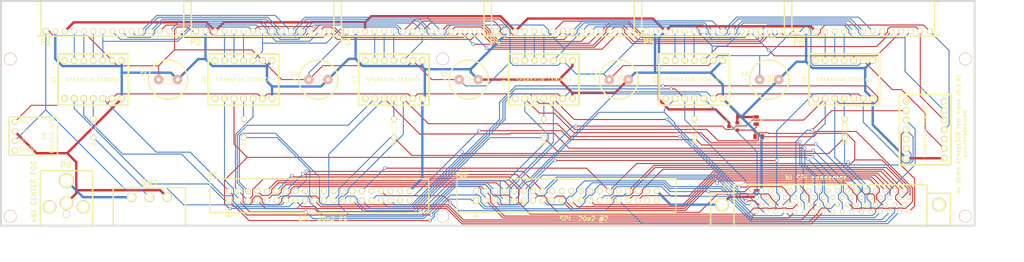
<source format=kicad_pcb>
(kicad_pcb (version 20221018) (generator pcbnew)
  (layers (0 "F.Cu" signal) (31 "B.Cu" signal) (34 "B.Paste" user) (35 "F.Paste" user) (36 "B.SilkS" user) (37 "F.SilkS" user) (38 "B.Mask" user) (39 "F.Mask" user) (44 "Edge.Cuts" user))
  (net 0 "")
  (net 1 "+5V")
  (net 2 "/3V3")
  (net 3 "/5V")
  (net 4 "/CS_0_3V3")
  (net 5 "/CS_0_5V")
  (net 6 "/CS_1_3V3")
  (net 7 "/CS_1_5V")
  (net 8 "/CS_2_3V3")
  (net 9 "/CS_2_5V")
  (net 10 "/CS_3_3V3")
  (net 11 "/CS_3_5V")
  (net 12 "/CS_4_3V3")
  (net 13 "/CS_4_5V")
  (net 14 "/CS_5_3V3")
  (net 15 "/CS_5_5V")
  (net 16 "/CS_6_3V3")
  (net 17 "/CS_6_5V")
  (net 18 "/CS_7_3V3")
  (net 19 "/CS_7_5V")
  (net 20 "/EXT_INT_3V3")
  (net 21 "/EXT_INT_5V")
  (net 22 "/MISO_0_3V3")
  (net 23 "/MISO_0_5V")
  (net 24 "/MISO_10_3V3")
  (net 25 "/MISO_11_3V3")
  (net 26 "/MISO_1_3V3")
  (net 27 "/MISO_1_5V")
  (net 28 "/MISO_2_3V3")
  (net 29 "/MISO_2_5V")
  (net 30 "/MISO_3_3V3")
  (net 31 "/MISO_3_5V")
  (net 32 "/MISO_4_3V3")
  (net 33 "/MISO_4_5V")
  (net 34 "/MISO_5_3V3")
  (net 35 "/MISO_5_5V")
  (net 36 "/MISO_6_3V3")
  (net 37 "/MISO_7_3V3")
  (net 38 "/MISO_8_3V3")
  (net 39 "/MISO_9_3V3")
  (net 40 "/MOSI_0_3V3")
  (net 41 "/MOSI_0_5V")
  (net 42 "/MOSI_10_3V3")
  (net 43 "/MOSI_11_3V3")
  (net 44 "/MOSI_1_3V3")
  (net 45 "/MOSI_1_5V")
  (net 46 "/MOSI_2_3V3")
  (net 47 "/MOSI_2_5V")
  (net 48 "/MOSI_3_3V3")
  (net 49 "/MOSI_3_5V")
  (net 50 "/MOSI_4_3V3")
  (net 51 "/MOSI_4_5V")
  (net 52 "/MOSI_5_3V3")
  (net 53 "/MOSI_5_5V")
  (net 54 "/MOSI_6_3V3")
  (net 55 "/MOSI_7_3V3")
  (net 56 "/MOSI_8_3V3")
  (net 57 "/MOSI_9_3V3")
  (net 58 "/RESET")
  (net 59 "/RESET_PAN")
  (net 60 "/SCK_0_3V3")
  (net 61 "/SCK_0_5V")
  (net 62 "/SCK_1_3V3")
  (net 63 "/SCK_1_5V")
  (net 64 "/SCK_2_3V3")
  (net 65 "/SCK_2_5V")
  (net 66 "/SCK_3_3V3")
  (net 67 "/SCK_3_5V")
  (net 68 "/SCK_4_3V3")
  (net 69 "/SCK_4_5V")
  (net 70 "/SCK_5_3V3")
  (net 71 "/SCK_5_5V")
  (net 72 "GND")
  (net 73 "N-00000108")
  (net 74 "N-0000029")
  (net 75 "N-0000034")
  (net 76 "N-0000086")
  (net 77 "N-0000089")
  (net 78 "N-0000093")
  (net 79 "N-0000098")
  (footprint "Capacitor_Polarized" (layer "F.Cu") (at 84.643 71)
    (fp_text reference "C1")
    (fp_text value "10uF" hide)
  )
  (footprint "Capacitor_Polarized" (layer "F.Cu") (at 124.775 71)
    (fp_text reference "C2")
    (fp_text value "10uF" hide)
  )
  (footprint "Capacitor_Polarized" (layer "F.Cu") (at 164.907 71)
    (fp_text reference "C3")
    (fp_text value "10uF" hide)
  )
  (footprint "Capacitor_Polarized" (layer "F.Cu") (at 204.963 71)
    (fp_text reference "C4")
    (fp_text value "10uF" hide)
  )
  (footprint "Capacitor_Polarized" (layer "F.Cu") (at 245.146 71)
    (fp_text reference "C5")
    (fp_text value "10uF" hide)
  )
  (footprint "HEADER_TOP" (layer "F.Cu") (at 69.75 58.1)
    (fp_text reference "P1")
    (fp_text value "CONN15" hide)
  )
  (footprint "HEADER_TOP" (layer "F.Cu") (at 109.85 58.1)
    (fp_text reference "P2")
    (fp_text value "CONN15" hide)
  )
  (footprint "HEADER_TOP" (layer "F.Cu") (at 149.95 58.1)
    (fp_text reference "P3")
    (fp_text value "CONN15" hide)
  )
  (footprint "HEADER_TOP" (layer "F.Cu") (at 190.05 58.1)
    (fp_text reference "P4")
    (fp_text value "CONN15" hide)
  )
  (footprint "HEADER_TOP" (layer "F.Cu") (at 230.15 58.1)
    (fp_text reference "P5")
    (fp_text value "CONN15" hide)
  )
  (footprint "HEADER_TOP" (layer "F.Cu") (at 270.25 58.1)
    (fp_text reference "P6")
    (fp_text value "CONN15" hide)
  )
  (footprint "MOUNT_HOLE_4_40" (layer "F.Cu") (at 297.5 65.5)
    (fp_text reference "M3" hide)
    (fp_text value "VAL**" hide)
  )
  (footprint "MOUNT_HOLE_4_40" (layer "F.Cu") (at 42.5 107.5)
    (fp_text reference "M6" hide)
    (fp_text value "VAL**" hide)
  )
  (footprint "MOUNT_HOLE_4_40" (layer "F.Cu") (at 297.5 107.5)
    (fp_text reference "M4" hide)
    (fp_text value "VAL**" hide)
  )
  (footprint "MOUNT_HOLE_4_40" (layer "F.Cu") (at 170 65.5)
    (fp_text reference "M2" hide)
    (fp_text value "VAL**" hide)
  )
  (footprint "MOUNT_HOLE_4_40" (layer "F.Cu") (at 160 107.5)
    (fp_text reference "M5" hide)
    (fp_text value "VAL**" hide)
  )
  (footprint "slide_switch" (layer "F.Cu") (at 79.63 104.94)
    (fp_text reference "SW1")
    (fp_text value "SWITCH_INV" hide)
  )
  (footprint "PIN_ARRAY_SHRD_20X2" (layer "F.Cu") (at 191 102)
    (fp_text reference "P10")
    (fp_text value "CONN_20X2" hide)
  )
  (footprint "SOT23" (layer "F.Cu") (at 235.534 83.5406 90)
    (fp_text reference "Q1")
    (fp_text value "MOSFET_NCHAN" hide)
  )
  (footprint "SM0805" (layer "F.Cu") (at 242.341 86.2584 180)
    (fp_text reference "R1")
    (fp_text value "200")
  )
  (footprint "SM0805" (layer "F.Cu") (at 241.681 81.9404 90)
    (fp_text reference "R2")
    (fp_text value "20k")
  )
  (footprint "SPARKFUN_TXB0104" (layer "F.Cu") (at 64.643 71 90)
    (fp_text reference "U1")
    (fp_text value "SPARKFUN_TXB0104")
  )
  (footprint "SPARKFUN_TXB0104" (layer "F.Cu") (at 104.775 71 90)
    (fp_text reference "U2")
    (fp_text value "SPARKFUN_TXB0104")
  )
  (footprint "SPARKFUN_TXB0104" (layer "F.Cu") (at 144.907 71 90)
    (fp_text reference "U3")
    (fp_text value "SPARKFUN_TXB0104")
  )
  (footprint "SPARKFUN_TXB0104" (layer "F.Cu") (at 184.963 71 90)
    (fp_text reference "U4")
    (fp_text value "SPARKFUN_TXB0104")
  )
  (footprint "SPARKFUN_TXB0104" (layer "F.Cu") (at 225.146 71 90)
    (fp_text reference "U5")
    (fp_text value "SPARKFUN_TXB0104")
  )
  (footprint "SPARKFUN_TXB0104" (layer "F.Cu") (at 265.176 71 90)
    (fp_text reference "U6")
    (fp_text value "SPARKFUN_TXB0104")
  )
  (footprint "SPARKFUN_TXB0104" (layer "F.Cu") (at 286.791 84.3788)
    (fp_text reference "U7")
    (fp_text value "SPARKFUN_TXB0104")
  )
  (footprint "R_SMALL" (layer "F.Cu") (at 104.851 84 -90)
    (fp_text reference "R4")
    (fp_text value "R" hide)
  )
  (footprint "R_SMALL" (layer "F.Cu") (at 144.958 84 -90)
    (fp_text reference "R5")
    (fp_text value "R" hide)
  )
  (footprint "R_SMALL" (layer "F.Cu") (at 184.963 84 -90)
    (fp_text reference "R6")
    (fp_text value "R" hide)
  )
  (footprint "R_SMALL" (layer "F.Cu") (at 225.146 84 -90)
    (fp_text reference "R7")
    (fp_text value "R" hide)
  )
  (footprint "R_SMALL" (layer "F.Cu") (at 265.278 84 -90)
    (fp_text reference "R8")
    (fp_text value "R" hide)
  )
  (footprint "POLOLU_3V3" (layer "F.Cu") (at 43.688 86.106 90)
    (fp_text reference "U8")
    (fp_text value "POLOLU_3V3")
  )
  (footprint "PIN_ARRAY_SHRD_20X2" (layer "F.Cu") (at 125 102)
    (fp_text reference "P7")
    (fp_text value "CONN_20X2" hide)
  )
  (footprint "DCJACK_2PIN_HIGHCURRENT" (layer "F.Cu") (at 57.5 109.97 180)
    (fp_text reference "P9")
    (fp_text value "CONN_2" hide)
  )
  (footprint "TE_CONN_DSUB_RA_68" (layer "F.Cu") (at 261.5 110.1)
    (fp_text reference "P8")
    (fp_text value "CONN_34X2" hide)
  )
  (footprint "R_SMALL" (layer "F.Cu") (at 64.7192 84 -90)
    (fp_text reference "R3")
    (fp_text value "R" hide)
  )
  (footprint "MOUNT_HOLE_4_40" (layer "F.Cu") (at 42.5 65.5)
    (fp_text reference "M1" hide)
    (fp_text value "VAL**" hide)
  )
  (gr_line (start 40 50) (end 300 50) (stroke (width 0.5)) (layer "Edge.Cuts"))
  (gr_line (start 40 50) (end 40 110) (stroke (width 0.5)) (layer "Edge.Cuts"))
  (gr_line (start 40 110) (end 300 110) (stroke (width 0.5)) (layer "Edge.Cuts"))
  (gr_line (start 300 50) (end 300 110) (stroke (width 0.5)) (layer "Edge.Cuts"))
  (gr_text "+5V CENTER POS" (at 48.768 101.092 90) (layer "F.SilkS") (effects (font (size 1.27 1.27) (thickness 0.254))))
  (gr_text "4x 20mm Atmega328 Test Arena v0.3 R1\nwww.iorodeo.com" (at 296.4942 85.4456 90) (layer "F.SilkS") (effects (font (size 1.016 1.016) (thickness 0.2032))))
  (gr_text "SPI  20x2 #1" (at 126.0094 108.1278) (layer "F.SilkS") (effects (font (size 1.27 1.27) (thickness 0.254))))
  (gr_text "NI SPI connector" (at 257.556 97.282) (layer "F.SilkS") (effects (font (size 1.27 1.27) (thickness 0.254))))
  (gr_text "SPI  20x2 #2" (at 195.6562 108.204) (layer "F.SilkS") (effects (font (size 1.27 1.27) (thickness 0.254))))
  (segment (start 61.9188 102.4) (end 57.5 97.9812) (width 0.635) (layer "B.Cu") (net 1))
  (segment (start 74.8802 102.4) (end 61.9188 102.4) (width 0.635) (layer "B.Cu") (net 1))
  (segment (start 149.987 76.08) (end 148.7166 74.8096) (width 0.254) (layer "F.Cu") (net 2))
  (segment (start 151.2574 74.8096) (end 149.987 76.08) (width 0.254) (layer "F.Cu") (net 2))
  (segment (start 111.1254 74.8096) (end 109.855 76.08) (width 0.254) (layer "F.Cu") (net 2))
  (segment (start 231.4964 74.8096) (end 268.9856 74.8096) (width 0.254) (layer "F.Cu") (net 2))
  (segment (start 190.043 76.08) (end 188.7726 74.8096) (width 0.254) (layer "F.Cu") (net 2))
  (segment (start 188.7726 74.8096) (end 151.2574 74.8096) (width 0.254) (layer "F.Cu") (net 2))
  (segment (start 70.9934 74.8096) (end 108.5846 74.8096) (width 0.254) (layer "F.Cu") (net 2))
  (segment (start 108.5846 74.8096) (end 109.855 76.08) (width 0.254) (layer "F.Cu") (net 2))
  (segment (start 268.9856 74.8096) (end 270.256 76.08) (width 0.254) (layer "F.Cu") (net 2))
  (segment (start 69.723 76.08) (end 70.9934 74.8096) (width 0.254) (layer "F.Cu") (net 2))
  (segment (start 67.9276 77.8754) (end 69.723 76.08) (width 0.254) (layer "F.Cu") (net 2))
  (segment (start 43.688 82.296) (end 48.1086 77.8754) (width 0.254) (layer "F.Cu") (net 2))
  (segment (start 148.7166 74.8096) (end 111.1254 74.8096) (width 0.254) (layer "F.Cu") (net 2))
  (segment (start 230.226 76.08) (end 231.4964 74.8096) (width 0.254) (layer "F.Cu") (net 2))
  (segment (start 48.1086 77.8754) (end 67.9276 77.8754) (width 0.254) (layer "F.Cu") (net 2))
  (segment (start 270.256 76.08) (end 270.256 82.3602) (width 0.254) (layer "B.Cu") (net 2))
  (segment (start 270.256 82.3602) (end 281.1659 93.2701) (width 0.254) (layer "B.Cu") (net 2))
  (segment (start 190.043 76.08) (end 191.8281 74.2949) (width 0.254) (layer "B.Cu") (net 2))
  (segment (start 283.001 90.7488) (end 281.711 89.4588) (width 0.254) (layer "B.Cu") (net 2))
  (segment (start 281.1659 93.2701) (end 282.2485 93.2701) (width 0.254) (layer "B.Cu") (net 2))
  (segment (start 219.2817 74.3161) (end 219.3029 74.2949) (width 0.254) (layer "B.Cu") (net 2))
  (segment (start 218.5976 74.3161) (end 219.2817 74.3161) (width 0.254) (layer "B.Cu") (net 2))
  (segment (start 283.001 92.5176) (end 283.001 90.7488) (width 0.254) (layer "B.Cu") (net 2))
  (segment (start 228.4409 74.2949) (end 230.226 76.08) (width 0.254) (layer "B.Cu") (net 2))
  (segment (start 191.8281 74.2949) (end 218.5764 74.2949) (width 0.254) (layer "B.Cu") (net 2))
  (segment (start 218.5764 74.2949) (end 218.5976 74.3161) (width 0.254) (layer "B.Cu") (net 2))
  (segment (start 219.3029 74.2949) (end 228.4409 74.2949) (width 0.254) (layer "B.Cu") (net 2))
  (segment (start 282.2485 93.2701) (end 283.001 92.5176) (width 0.254) (layer "B.Cu") (net 2))
  (segment (start 86.3571 57.6362) (end 87.0366 56.9567) (width 0.254) (layer "F.Cu") (net 3))
  (segment (start 86.3571 63.0565) (end 82.103 67.3106) (width 0.254) (layer "F.Cu") (net 3))
  (segment (start 89.7834 56.9567) (end 90.9267 58.1) (width 0.254) (layer "F.Cu") (net 3))
  (segment (start 106.9915 63.0565) (end 86.3571 63.0565) (width 0.254) (layer "F.Cu") (net 3))
  (segment (start 53.9707 59.2433) (end 63.0463 59.2433) (width 0.254) (layer "F.Cu") (net 3))
  (segment (start 149.987 65.92) (end 155.067 71) (width 0.254) (layer "F.Cu") (net 3))
  (segment (start 109.855 65.92) (end 106.9915 63.0565) (width 0.254) (layer "F.Cu") (net 3))
  (segment (start 109.855 65.92) (end 114.935 71) (width 0.254) (layer "F.Cu") (net 3))
  (segment (start 86.3571 63.0565) (end 86.3571 57.6362) (width 0.254) (layer "F.Cu") (net 3))
  (segment (start 122.235 71) (end 125.9569 67.2781) (width 0.254) (layer "F.Cu") (net 3))
  (segment (start 92.07 58.1) (end 90.9267 58.1) (width 0.254) (layer "F.Cu") (net 3))
  (segment (start 114.935 71) (end 122.235 71) (width 0.254) (layer "F.Cu") (net 3))
  (segment (start 270.256 65.92) (end 278.0042 73.6682) (width 0.254) (layer "F.Cu") (net 3))
  (segment (start 206.1572 67.2658) (end 228.8802 67.2658) (width 0.254) (layer "F.Cu") (net 3))
  (segment (start 286.791 79.9738) (end 286.791 84.3788) (width 0.254) (layer "F.Cu") (net 3))
  (segment (start 278.0042 73.6682) (end 280.4854 73.6682) (width 0.254) (layer "F.Cu") (net 3))
  (segment (start 63.0463 59.2433) (end 69.723 65.92) (width 0.254) (layer "F.Cu") (net 3))
  (segment (start 51.97 58.1) (end 53.1133 58.1) (width 0.254) (layer "F.Cu") (net 3))
  (segment (start 53.1133 58.1) (end 53.1133 58.3859) (width 0.254) (layer "F.Cu") (net 3))
  (segment (start 280.4854 73.6682) (end 286.791 79.9738) (width 0.254) (layer "F.Cu") (net 3))
  (segment (start 202.423 71) (end 206.1572 67.2658) (width 0.254) (layer "F.Cu") (net 3))
  (segment (start 125.9569 67.2781) (end 148.6289 67.2781) (width 0.254) (layer "F.Cu") (net 3))
  (segment (start 82.103 67.3106) (end 82.103 71) (width 0.254) (layer "F.Cu") (net 3))
  (segment (start 286.791 84.3788) (end 291.871 89.4588) (width 0.254) (layer "F.Cu") (net 3))
  (segment (start 148.6289 67.2781) (end 149.987 65.92) (width 0.254) (layer "F.Cu") (net 3))
  (segment (start 228.8802 67.2658) (end 230.226 65.92) (width 0.254) (layer "F.Cu") (net 3))
  (segment (start 155.067 71) (end 162.367 71) (width 0.254) (layer "F.Cu") (net 3))
  (segment (start 71.1136 67.3106) (end 69.723 65.92) (width 0.254) (layer "F.Cu") (net 3))
  (segment (start 87.0366 56.9567) (end 89.7834 56.9567) (width 0.254) (layer "F.Cu") (net 3))
  (segment (start 53.1133 58.3859) (end 53.9707 59.2433) (width 0.254) (layer "F.Cu") (net 3))
  (segment (start 82.103 67.3106) (end 71.1136 67.3106) (width 0.254) (layer "F.Cu") (net 3))
  (segment (start 176.8138 67.2103) (end 188.7527 67.2103) (width 0.254) (layer "B.Cu") (net 3))
  (segment (start 132.17 58.1) (end 132.17 59.2433) (width 0.254) (layer "B.Cu") (net 3))
  (segment (start 174.2716 56.952) (end 173.4133 57.8103) (width 0.254) (layer "B.Cu") (net 3))
  (segment (start 256.2801 57.7203) (end 255.4704 56.9106) (width 0.254) (layer "B.Cu") (net 3))
  (segment (start 51.97 79.094) (end 73.2697 100.3937) (width 0.254) (layer "B.Cu") (net 3))
  (segment (start 175.9536 66.3501) (end 175.9536 57.5872) (width 0.254) (layer "B.Cu") (net 3))
  (segment (start 256.2801 66.4807) (end 256.2801 57.7203) (width 0.254) (layer "B.Cu") (net 3))
  (segment (start 257.0181 67.2187) (end 256.2801 66.4807) (width 0.254) (layer "B.Cu") (net 3))
  (segment (start 244.8285 64.5982) (end 251.3267 58.1) (width 0.254) (layer "B.Cu") (net 3))
  (segment (start 188.7527 67.2103) (end 190.043 65.92) (width 0.254) (layer "B.Cu") (net 3))
  (segment (start 202.423 71) (end 200.9465 69.5235) (width 0.254) (layer "B.Cu") (net 3))
  (segment (start 77.6237 100.3937) (end 79.63 102.4) (width 0.254) (layer "B.Cu") (net 3))
  (segment (start 51.97 79.094) (end 51.97 58.1) (width 0.254) (layer "B.Cu") (net 3))
  (segment (start 175.9536 66.3501) (end 176.8138 67.2103) (width 0.254) (layer "B.Cu") (net 3))
  (segment (start 164.0439 72.6769) (end 169.6268 72.6769) (width 0.254) (layer "B.Cu") (net 3))
  (segment (start 212.37 58.1) (end 211.2267 58.1) (width 0.254) (layer "B.Cu") (net 3))
  (segment (start 200.9465 69.5235) (end 211.2267 59.2433) (width 0.254) (layer "B.Cu") (net 3))
  (segment (start 175.9536 57.5872) (end 175.3184 56.952) (width 0.254) (layer "B.Cu") (net 3))
  (segment (start 231.5478 64.5982) (end 230.226 65.92) (width 0.254) (layer "B.Cu") (net 3))
  (segment (start 270.256 65.92) (end 268.9573 67.2187) (width 0.254) (layer "B.Cu") (net 3))
  (segment (start 43.688 87.376) (end 51.97 79.094) (width 0.254) (layer "B.Cu") (net 3))
  (segment (start 252.47 58.1) (end 251.3267 58.1) (width 0.254) (layer "B.Cu") (net 3))
  (segment (start 252.47 58.1) (end 253.6133 58.1) (width 0.254) (layer "B.Cu") (net 3))
  (segment (start 242.606 64.5982) (end 231.5478 64.5982) (width 0.254) (layer "B.Cu") (net 3))
  (segment (start 254.5621 56.9106) (end 253.6133 57.8594) (width 0.254) (layer "B.Cu") (net 3))
  (segment (start 169.6268 72.6769) (end 175.9536 66.3501) (width 0.254) (layer "B.Cu") (net 3))
  (segment (start 242.606 71) (end 242.606 64.5982) (width 0.254) (layer "B.Cu") (net 3))
  (segment (start 253.6133 57.8594) (end 253.6133 58.1) (width 0.254) (layer "B.Cu") (net 3))
  (segment (start 255.4704 56.9106) (end 254.5621 56.9106) (width 0.254) (layer "B.Cu") (net 3))
  (segment (start 122.235 71) (end 122.235 69.1783) (width 0.254) (layer "B.Cu") (net 3))
  (segment (start 173.4133 57.8103) (end 173.4133 58.1) (width 0.254) (layer "B.Cu") (net 3))
  (segment (start 175.3184 56.952) (end 174.2716 56.952) (width 0.254) (layer "B.Cu") (net 3))
  (segment (start 268.9573 67.2187) (end 257.0181 67.2187) (width 0.254) (layer "B.Cu") (net 3))
  (segment (start 122.235 69.1783) (end 132.17 59.2433) (width 0.254) (layer "B.Cu") (net 3))
  (segment (start 190.043 65.92) (end 193.6465 69.5235) (width 0.254) (layer "B.Cu") (net 3))
  (segment (start 242.606 64.5982) (end 244.8285 64.5982) (width 0.254) (layer "B.Cu") (net 3))
  (segment (start 211.2267 59.2433) (end 211.2267 58.1) (width 0.254) (layer "B.Cu") (net 3))
  (segment (start 172.27 58.1) (end 173.4133 58.1) (width 0.254) (layer "B.Cu") (net 3))
  (segment (start 193.6465 69.5235) (end 200.9465 69.5235) (width 0.254) (layer "B.Cu") (net 3))
  (segment (start 73.2697 100.3937) (end 77.6237 100.3937) (width 0.254) (layer "B.Cu") (net 3))
  (segment (start 162.367 71) (end 164.0439 72.6769) (width 0.254) (layer "B.Cu") (net 3))
  (segment (start 102.0133 101.8733) (end 102.0133 103.5805) (width 0.254) (layer "F.Cu") (net 4))
  (segment (start 105.597 107.1642) (end 154.9464 107.1642) (width 0.254) (layer "F.Cu") (net 4))
  (segment (start 100.87 100.73) (end 102.0133 101.8733) (width 0.254) (layer "F.Cu") (net 4))
  (segment (start 102.0133 103.5805) (end 105.597 107.1642) (width 0.254) (layer "F.Cu") (net 4))
  (via (at 154.9464 107.1642) (size 0.889) (drill 0.635) (layers "F.Cu" "B.Cu") (net 4))
  (segment (start 81.4977 90.3947) (end 90.5347 90.3947) (width 0.254) (layer "B.Cu") (net 4))
  (segment (start 231.0406 96.5254) (end 184.6764 96.5254) (width 0.254) (layer "B.Cu") (net 4))
  (segment (start 179.5297 104.954) (end 169.444 104.954) (width 0.254) (layer "B.Cu") (net 4))
  (segment (start 90.5347 90.3947) (end 100.87 100.73) (width 0.254) (layer "B.Cu") (net 4))
  (segment (start 169.444 104.954) (end 168.1608 103.6708) (width 0.254) (layer "B.Cu") (net 4))
  (segment (start 154.9464 106.9396) (end 160.0569 101.8291) (width 0.254) (layer "B.Cu") (net 4))
  (segment (start 240.545 104.395) (end 238.9102 104.395) (width 0.254) (layer "B.Cu") (net 4))
  (segment (start 168.1608 103.6708) (end 168.1608 102.4331) (width 0.254) (layer "B.Cu") (net 4))
  (segment (start 160.0569 101.8291) (end 166.87 101.8291) (width 0.254) (layer "B.Cu") (net 4))
  (segment (start 168.1608 102.4331) (end 167.5568 101.8291) (width 0.254) (layer "B.Cu") (net 4))
  (segment (start 67.183 76.08) (end 81.4977 90.3947) (width 0.254) (layer "B.Cu") (net 4))
  (segment (start 166.87 101.8291) (end 166.87 100.73) (width 0.254) (layer "B.Cu") (net 4))
  (segment (start 180.84 100.3618) (end 180.84 103.6437) (width 0.254) (layer "B.Cu") (net 4))
  (segment (start 154.9464 107.1642) (end 154.9464 106.9396) (width 0.254) (layer "B.Cu") (net 4))
  (segment (start 180.84 103.6437) (end 179.5297 104.954) (width 0.254) (layer "B.Cu") (net 4))
  (segment (start 238.9102 104.395) (end 231.0406 96.5254) (width 0.254) (layer "B.Cu") (net 4))
  (segment (start 184.6764 96.5254) (end 180.84 100.3618) (width 0.254) (layer "B.Cu") (net 4))
  (segment (start 167.5568 101.8291) (end 166.87 101.8291) (width 0.254) (layer "B.Cu") (net 4))
  (segment (start 186.3552 59.2548) (end 187.51 58.1) (width 0.254) (layer "F.Cu") (net 5))
  (segment (start 108.5944 56.8156) (end 123.539 56.8156) (width 0.254) (layer "F.Cu") (net 5))
  (segment (start 173.1352 54.8083) (end 175.9533 57.6264) (width 0.254) (layer "F.Cu") (net 5))
  (segment (start 150.7017 54.8083) (end 173.1352 54.8083) (width 0.254) (layer "F.Cu") (net 5))
  (segment (start 190.2072 55.4028) (end 187.51 58.1) (width 0.254) (layer "F.Cu") (net 5))
  (segment (start 175.9533 58.337) (end 176.8711 59.2548) (width 0.254) (layer "F.Cu") (net 5))
  (segment (start 211.4178 59.2918) (end 207.5288 55.4028) (width 0.254) (layer "F.Cu") (net 5))
  (segment (start 107.31 58.1) (end 108.5944 56.8156) (width 0.254) (layer "F.Cu") (net 5))
  (segment (start 147.41 58.1) (end 150.7017 54.8083) (width 0.254) (layer "F.Cu") (net 5))
  (segment (start 175.9533 57.6264) (end 175.9533 58.337) (width 0.254) (layer "F.Cu") (net 5))
  (segment (start 207.5288 55.4028) (end 190.2072 55.4028) (width 0.254) (layer "F.Cu") (net 5))
  (segment (start 176.8711 59.2548) (end 186.3552 59.2548) (width 0.254) (layer "F.Cu") (net 5))
  (segment (start 226.4182 59.2918) (end 211.4178 59.2918) (width 0.254) (layer "F.Cu") (net 5))
  (segment (start 227.61 58.1) (end 226.4182 59.2918) (width 0.254) (layer "F.Cu") (net 5))
  (via (at 123.539 56.8156) (size 0.889) (drill 0.635) (layers "F.Cu" "B.Cu") (net 5))
  (segment (start 236.5 58.4579) (end 236.5 57.6626) (width 0.254) (layer "B.Cu") (net 5))
  (segment (start 227.61 58.1) (end 229.7968 60.2868) (width 0.254) (layer "B.Cu") (net 5))
  (segment (start 67.183 65.92) (end 67.21 65.893) (width 0.254) (layer "B.Cu") (net 5))
  (segment (start 67.21 60.7868) (end 67.21 58.1) (width 0.254) (layer "B.Cu") (net 5))
  (segment (start 145.741 56.431) (end 123.9236 56.431) (width 0.254) (layer "B.Cu") (net 5))
  (segment (start 123.9236 56.431) (end 123.539 56.8156) (width 0.254) (layer "B.Cu") (net 5))
  (segment (start 106.1666 56.9566) (end 91.0303 56.9566) (width 0.254) (layer "B.Cu") (net 5))
  (segment (start 87.2001 60.7868) (end 67.21 60.7868) (width 0.254) (layer "B.Cu") (net 5))
  (segment (start 147.41 58.1) (end 145.741 56.431) (width 0.254) (layer "B.Cu") (net 5))
  (segment (start 107.31 58.1) (end 106.1666 56.9566) (width 0.254) (layer "B.Cu") (net 5))
  (segment (start 234.6711 60.2868) (end 236.5 58.4579) (width 0.254) (layer "B.Cu") (net 5))
  (segment (start 265.4837 55.8737) (end 267.71 58.1) (width 0.254) (layer "B.Cu") (net 5))
  (segment (start 236.5 57.6626) (end 238.2889 55.8737) (width 0.254) (layer "B.Cu") (net 5))
  (segment (start 67.21 65.893) (end 67.21 60.7868) (width 0.254) (layer "B.Cu") (net 5))
  (segment (start 91.0303 56.9566) (end 87.2001 60.7868) (width 0.254) (layer "B.Cu") (net 5))
  (segment (start 229.7968 60.2868) (end 234.6711 60.2868) (width 0.254) (layer "B.Cu") (net 5))
  (segment (start 238.2889 55.8737) (end 265.4837 55.8737) (width 0.254) (layer "B.Cu") (net 5))
  (segment (start 107.0934 103.7436) (end 107.0934 103.0379) (width 0.254) (layer "F.Cu") (net 6))
  (segment (start 106.4115 104.4255) (end 107.0934 103.7436) (width 0.254) (layer "F.Cu") (net 6))
  (segment (start 170.68 102) (end 170.68 103.6569) (width 0.254) (layer "F.Cu") (net 6))
  (segment (start 174.4874 107.4643) (end 240.6507 107.4643) (width 0.254) (layer "F.Cu") (net 6))
  (segment (start 103.41 100.73) (end 104.68 102) (width 0.254) (layer "F.Cu") (net 6))
  (segment (start 118.1822 99.5734) (end 168.2534 99.5734) (width 0.254) (layer "F.Cu") (net 6))
  (segment (start 116.4687 102) (end 117.3801 101.0886) (width 0.254) (layer "F.Cu") (net 6))
  (segment (start 104.68 102) (end 104.68 103.7034) (width 0.254) (layer "F.Cu") (net 6))
  (segment (start 115.7632 102) (end 116.4687 102) (width 0.254) (layer "F.Cu") (net 6))
  (segment (start 108.9732 102.1245) (end 109.76 102.9113) (width 0.254) (layer "F.Cu") (net 6))
  (segment (start 114.0379 104.4622) (end 114.9666 103.5335) (width 0.254) (layer "F.Cu") (net 6))
  (segment (start 240.6507 107.4643) (end 241.815 106.3) (width 0.254) (layer "F.Cu") (net 6))
  (segment (start 117.3801 100.3755) (end 118.1822 99.5734) (width 0.254) (layer "F.Cu") (net 6))
  (segment (start 169.41 100.73) (end 170.68 102) (width 0.254) (layer "F.Cu") (net 6))
  (segment (start 109.76 102.9113) (end 109.76 103.7073) (width 0.254) (layer "F.Cu") (net 6))
  (segment (start 110.5149 104.4622) (end 114.0379 104.4622) (width 0.254) (layer "F.Cu") (net 6))
  (segment (start 168.2534 99.5734) (end 169.41 100.73) (width 0.254) (layer "F.Cu") (net 6))
  (segment (start 107.0934 103.0379) (end 108.0068 102.1245) (width 0.254) (layer "F.Cu") (net 6))
  (segment (start 105.4021 104.4255) (end 106.4115 104.4255) (width 0.254) (layer "F.Cu") (net 6))
  (segment (start 114.9666 102.7966) (end 115.7632 102) (width 0.254) (layer "F.Cu") (net 6))
  (segment (start 109.76 103.7073) (end 110.5149 104.4622) (width 0.254) (layer "F.Cu") (net 6))
  (segment (start 114.9666 103.5335) (end 114.9666 102.7966) (width 0.254) (layer "F.Cu") (net 6))
  (segment (start 108.0068 102.1245) (end 108.9732 102.1245) (width 0.254) (layer "F.Cu") (net 6))
  (segment (start 104.68 103.7034) (end 105.4021 104.4255) (width 0.254) (layer "F.Cu") (net 6))
  (segment (start 117.3801 101.0886) (end 117.3801 100.3755) (width 0.254) (layer "F.Cu") (net 6))
  (segment (start 170.68 103.6569) (end 174.4874 107.4643) (width 0.254) (layer "F.Cu") (net 6))
  (segment (start 107.315 80.9576) (end 102.6169 85.6557) (width 0.254) (layer "B.Cu") (net 6))
  (segment (start 107.315 76.08) (end 107.315 80.9576) (width 0.254) (layer "B.Cu") (net 6))
  (segment (start 102.6169 99.9369) (end 103.41 100.73) (width 0.254) (layer "B.Cu") (net 6))
  (segment (start 102.6169 85.6557) (end 102.6169 99.9369) (width 0.254) (layer "B.Cu") (net 6))
  (segment (start 174.8759 59.7909) (end 188.3591 59.7909) (width 0.254) (layer "F.Cu") (net 7))
  (segment (start 171.6336 55.372) (end 173.4134 57.1518) (width 0.254) (layer "F.Cu") (net 7))
  (segment (start 152.678 55.372) (end 171.6336 55.372) (width 0.254) (layer "F.Cu") (net 7))
  (segment (start 188.3591 59.7909) (end 190.05 58.1) (width 0.254) (layer "F.Cu") (net 7))
  (segment (start 149.95 58.1) (end 152.678 55.372) (width 0.254) (layer "F.Cu") (net 7))
  (segment (start 173.4134 58.3284) (end 174.8759 59.7909) (width 0.254) (layer "F.Cu") (net 7))
  (segment (start 173.4134 57.1518) (end 173.4134 58.3284) (width 0.254) (layer "F.Cu") (net 7))
  (segment (start 109.85 61.2822) (end 109.85 58.1) (width 0.254) (layer "B.Cu") (net 7))
  (segment (start 191.2023 59.2523) (end 190.05 58.1) (width 0.254) (layer "B.Cu") (net 7))
  (segment (start 236.8599 54.8422) (end 233.96 57.7421) (width 0.254) (layer "B.Cu") (net 7))
  (segment (start 195.7507 55.8505) (end 193.86 57.7412) (width 0.254) (layer "B.Cu") (net 7))
  (segment (start 193.86 58.4701) (end 193.0778 59.2523) (width 0.254) (layer "B.Cu") (net 7))
  (segment (start 109.85 61.2822) (end 126.8495 61.2822) (width 0.254) (layer "B.Cu") (net 7))
  (segment (start 230.15 58.1) (end 227.9005 55.8505) (width 0.254) (layer "B.Cu") (net 7))
  (segment (start 146.9059 59.2467) (end 148.8033 59.2467) (width 0.254) (layer "B.Cu") (net 7))
  (segment (start 227.9005 55.8505) (end 195.7507 55.8505) (width 0.254) (layer "B.Cu") (net 7))
  (segment (start 146.14 57.6655) (end 146.14 58.4808) (width 0.254) (layer "B.Cu") (net 7))
  (segment (start 193.0778 59.2523) (end 191.2023 59.2523) (width 0.254) (layer "B.Cu") (net 7))
  (segment (start 146.14 58.4808) (end 146.9059 59.2467) (width 0.254) (layer "B.Cu") (net 7))
  (segment (start 108.1773 56.4273) (end 90.8406 56.4273) (width 0.254) (layer "B.Cu") (net 7))
  (segment (start 233.1642 59.249) (end 231.299 59.249) (width 0.254) (layer "B.Cu") (net 7))
  (segment (start 109.85 63.385) (end 109.85 61.2822) (width 0.254) (layer "B.Cu") (net 7))
  (segment (start 148.8033 59.2467) (end 149.95 58.1) (width 0.254) (layer "B.Cu") (net 7))
  (segment (start 233.96 58.4532) (end 233.1642 59.249) (width 0.254) (layer "B.Cu") (net 7))
  (segment (start 90.8406 56.4273) (end 87.0052 60.2627) (width 0.254) (layer "B.Cu") (net 7))
  (segment (start 71.9127 60.2627) (end 69.75 58.1) (width 0.254) (layer "B.Cu") (net 7))
  (segment (start 109.85 58.1) (end 108.1773 56.4273) (width 0.254) (layer "B.Cu") (net 7))
  (segment (start 193.86 57.7412) (end 193.86 58.4701) (width 0.254) (layer "B.Cu") (net 7))
  (segment (start 126.8495 61.2822) (end 131.1751 56.9566) (width 0.254) (layer "B.Cu") (net 7))
  (segment (start 107.315 65.92) (end 109.85 63.385) (width 0.254) (layer "B.Cu") (net 7))
  (segment (start 87.0052 60.2627) (end 71.9127 60.2627) (width 0.254) (layer "B.Cu") (net 7))
  (segment (start 231.299 59.249) (end 230.15 58.1) (width 0.254) (layer "B.Cu") (net 7))
  (segment (start 145.4311 56.9566) (end 146.14 57.6655) (width 0.254) (layer "B.Cu") (net 7))
  (segment (start 266.9922 54.8422) (end 236.8599 54.8422) (width 0.254) (layer "B.Cu") (net 7))
  (segment (start 233.96 57.7421) (end 233.96 58.4532) (width 0.254) (layer "B.Cu") (net 7))
  (segment (start 131.1751 56.9566) (end 145.4311 56.9566) (width 0.254) (layer "B.Cu") (net 7))
  (segment (start 270.25 58.1) (end 266.9922 54.8422) (width 0.254) (layer "B.Cu") (net 7))
  (segment (start 243.085 104.395) (end 242.2962 104.395) (width 0.254) (layer "F.Cu") (net 8))
  (segment (start 221.2352 86.1871) (end 191.9876 86.1871) (width 0.254) (layer "F.Cu") (net 8))
  (segment (start 188.5834 82.7829) (end 154.1499 82.7829) (width 0.254) (layer "F.Cu") (net 8))
  (segment (start 241.26 103.3588) (end 239.0468 103.3588) (width 0.254) (layer "F.Cu") (net 8))
  (segment (start 154.1499 82.7829) (end 147.447 76.08) (width 0.254) (layer "F.Cu") (net 8))
  (segment (start 191.9876 86.1871) (end 188.5834 82.7829) (width 0.254) (layer "F.Cu") (net 8))
  (segment (start 242.2962 104.395) (end 241.26 103.3588) (width 0.254) (layer "F.Cu") (net 8))
  (via (at 221.2352 86.1871) (size 0.889) (drill 0.635) (layers "F.Cu" "B.Cu") (net 8))
  (via (at 239.0468 103.3588) (size 0.889) (drill 0.635) (layers "F.Cu" "B.Cu") (net 8))
  (segment (start 125.0777 97.0656) (end 113.3506 85.3385) (width 0.254) (layer "B.Cu") (net 8))
  (segment (start 152.4473 107.1073) (end 132.8902 107.1073) (width 0.254) (layer "B.Cu") (net 8))
  (segment (start 147.447 76.08) (end 147.447 85.622) (width 0.254) (layer "B.Cu") (net 8))
  (segment (start 132.7093 101.0044) (end 131.587 102.1267) (width 0.254) (layer "B.Cu") (net 8))
  (segment (start 169.7633 98.5433) (end 160.9214 98.5433) (width 0.254) (layer "B.Cu") (net 8))
  (segment (start 103.6672 98.4472) (end 105.95 100.73) (width 0.254) (layer "B.Cu") (net 8))
  (segment (start 131.587 102.1267) (end 130.8765 102.1267) (width 0.254) (layer "B.Cu") (net 8))
  (segment (start 125.8015 104.4238) (end 125.0777 103.7) (width 0.254) (layer "B.Cu") (net 8))
  (segment (start 132.7093 100.2749) (end 132.7093 101.0044) (width 0.254) (layer "B.Cu") (net 8))
  (segment (start 104.3721 85.3385) (end 103.6672 86.0434) (width 0.254) (layer "B.Cu") (net 8))
  (segment (start 239.0468 103.3588) (end 238.8306 103.3588) (width 0.254) (layer "B.Cu") (net 8))
  (segment (start 125.0777 103.7) (end 125.0777 97.0656) (width 0.254) (layer "B.Cu") (net 8))
  (segment (start 147.447 85.622) (end 144.9173 88.1517) (width 0.254) (layer "B.Cu") (net 8))
  (segment (start 130.2067 102.7965) (end 130.2067 104.4238) (width 0.254) (layer "B.Cu") (net 8))
  (segment (start 153.104 106.4506) (end 152.4473 107.1073) (width 0.254) (layer "B.Cu") (net 8))
  (segment (start 103.6672 86.0434) (end 103.6672 98.4472) (width 0.254) (layer "B.Cu") (net 8))
  (segment (start 238.8306 103.3588) (end 221.6589 86.1871) (width 0.254) (layer "B.Cu") (net 8))
  (segment (start 130.8765 102.1267) (end 130.2067 102.7965) (width 0.254) (layer "B.Cu") (net 8))
  (segment (start 144.8325 88.1517) (end 132.7093 100.2749) (width 0.254) (layer "B.Cu") (net 8))
  (segment (start 132.8902 107.1073) (end 130.2067 104.4238) (width 0.254) (layer "B.Cu") (net 8))
  (segment (start 153.104 106.3607) (end 153.104 106.4506) (width 0.254) (layer "B.Cu") (net 8))
  (segment (start 221.6589 86.1871) (end 221.2352 86.1871) (width 0.254) (layer "B.Cu") (net 8))
  (segment (start 171.95 100.73) (end 169.7633 98.5433) (width 0.254) (layer "B.Cu") (net 8))
  (segment (start 130.2067 104.4238) (end 125.8015 104.4238) (width 0.254) (layer "B.Cu") (net 8))
  (segment (start 113.3506 85.3385) (end 104.3721 85.3385) (width 0.254) (layer "B.Cu") (net 8))
  (segment (start 160.9214 98.5433) (end 153.104 106.3607) (width 0.254) (layer "B.Cu") (net 8))
  (segment (start 144.9173 88.1517) (end 144.8325 88.1517) (width 0.254) (layer "B.Cu") (net 8))
  (segment (start 168.6468 55.8871) (end 154.7029 55.8871) (width 0.254) (layer "F.Cu") (net 9))
  (segment (start 171.8177 59.4837) (end 171.5719 59.4837) (width 0.254) (layer "F.Cu") (net 9))
  (segment (start 171.5719 59.4837) (end 170.7273 58.6391) (width 0.254) (layer "F.Cu") (net 9))
  (segment (start 192.59 58.1) (end 190.3907 60.2993) (width 0.254) (layer "F.Cu") (net 9))
  (segment (start 170.7273 57.9676) (end 168.6468 55.8871) (width 0.254) (layer "F.Cu") (net 9))
  (segment (start 172.6333 60.2993) (end 171.8177 59.4837) (width 0.254) (layer "F.Cu") (net 9))
  (segment (start 170.7273 58.6391) (end 170.7273 57.9676) (width 0.254) (layer "F.Cu") (net 9))
  (segment (start 154.7029 55.8871) (end 152.49 58.1) (width 0.254) (layer "F.Cu") (net 9))
  (segment (start 190.3907 60.2993) (end 172.6333 60.2993) (width 0.254) (layer "F.Cu") (net 9))
  (segment (start 150.2892 55.8992) (end 152.49 58.1) (width 0.254) (layer "B.Cu") (net 9))
  (segment (start 73.9444 59.7544) (end 79.8726 59.7544) (width 0.254) (layer "B.Cu") (net 9))
  (segment (start 192.59 58.1) (end 195.3528 55.3372) (width 0.254) (layer "B.Cu") (net 9))
  (segment (start 72.29 58.1) (end 73.9444 59.7544) (width 0.254) (layer "B.Cu") (net 9))
  (segment (start 79.8726 59.7544) (end 81.0534 58.5736) (width 0.254) (layer "B.Cu") (net 9))
  (segment (start 121.3955 58.345) (end 121.3955 57.6201) (width 0.254) (layer "B.Cu") (net 9))
  (segment (start 236.4561 54.3339) (end 232.69 58.1) (width 0.254) (layer "B.Cu") (net 9))
  (segment (start 109.6889 55.3989) (end 112.39 58.1) (width 0.254) (layer "B.Cu") (net 9))
  (segment (start 114.5556 60.2656) (end 119.4749 60.2656) (width 0.254) (layer "B.Cu") (net 9))
  (segment (start 229.9272 55.3372) (end 232.69 58.1) (width 0.254) (layer "B.Cu") (net 9))
  (segment (start 81.0534 58.5736) (end 81.0534 57.7878) (width 0.254) (layer "B.Cu") (net 9))
  (segment (start 83.4423 55.3989) (end 109.6889 55.3989) (width 0.254) (layer "B.Cu") (net 9))
  (segment (start 269.0239 54.3339) (end 236.4561 54.3339) (width 0.254) (layer "B.Cu") (net 9))
  (segment (start 195.3528 55.3372) (end 229.9272 55.3372) (width 0.254) (layer "B.Cu") (net 9))
  (segment (start 123.1164 55.8992) (end 150.2892 55.8992) (width 0.254) (layer "B.Cu") (net 9))
  (segment (start 147.447 65.92) (end 152.49 60.877) (width 0.254) (layer "B.Cu") (net 9))
  (segment (start 81.0534 57.7878) (end 83.4423 55.3989) (width 0.254) (layer "B.Cu") (net 9))
  (segment (start 121.3955 57.6201) (end 123.1164 55.8992) (width 0.254) (layer "B.Cu") (net 9))
  (segment (start 119.4749 60.2656) (end 121.3955 58.345) (width 0.254) (layer "B.Cu") (net 9))
  (segment (start 152.49 60.877) (end 152.49 58.1) (width 0.254) (layer "B.Cu") (net 9))
  (segment (start 112.39 58.1) (end 114.5556 60.2656) (width 0.254) (layer "B.Cu") (net 9))
  (segment (start 272.79 58.1) (end 269.0239 54.3339) (width 0.254) (layer "B.Cu") (net 9))
  (segment (start 112.3 100.3721) (end 114.1237 98.5484) (width 0.254) (layer "F.Cu") (net 10))
  (segment (start 172.3084 98.5484) (end 174.49 100.73) (width 0.254) (layer "F.Cu") (net 10))
  (segment (start 193.0856 81.6626) (end 187.503 76.08) (width 0.254) (layer "F.Cu") (net 10))
  (segment (start 108.49 100.73) (end 109.6952 101.9352) (width 0.254) (layer "F.Cu") (net 10))
  (segment (start 217.8801 81.6626) (end 193.0856 81.6626) (width 0.254) (layer "F.Cu") (net 10))
  (segment (start 112.3 101.1464) (end 112.3 100.3721) (width 0.254) (layer "F.Cu") (net 10))
  (segment (start 109.6952 101.9352) (end 111.5112 101.9352) (width 0.254) (layer "F.Cu") (net 10))
  (segment (start 111.5112 101.9352) (end 112.3 101.1464) (width 0.254) (layer "F.Cu") (net 10))
  (segment (start 114.1237 98.5484) (end 172.3084 98.5484) (width 0.254) (layer "F.Cu") (net 10))
  (via (at 217.8801 81.6626) (size 0.889) (drill 0.635) (layers "F.Cu" "B.Cu") (net 10))
  (segment (start 237.5932 101.3757) (end 217.8801 81.6626) (width 0.254) (layer "B.Cu") (net 10))
  (segment (start 238.9774 101.3757) (end 237.5932 101.3757) (width 0.254) (layer "B.Cu") (net 10))
  (segment (start 242.1037 104.8375) (end 242.1037 104.502) (width 0.254) (layer "B.Cu") (net 10))
  (segment (start 244.355 106.3) (end 243.5662 106.3) (width 0.254) (layer "B.Cu") (net 10))
  (segment (start 187.503 76.08) (end 187.503 87.717) (width 0.254) (layer "B.Cu") (net 10))
  (segment (start 243.5662 106.3) (end 242.1037 104.8375) (width 0.254) (layer "B.Cu") (net 10))
  (segment (start 187.503 87.717) (end 174.49 100.73) (width 0.254) (layer "B.Cu") (net 10))
  (segment (start 242.1037 104.502) (end 238.9774 101.3757) (width 0.254) (layer "B.Cu") (net 10))
  (segment (start 78.64 58.4665) (end 77.8605 59.246) (width 0.254) (layer "B.Cu") (net 11))
  (segment (start 190.4809 62.7492) (end 190.4809 62.7491) (width 0.254) (layer "B.Cu") (net 11))
  (segment (start 230.204 59.7784) (end 233.5516 59.7784) (width 0.254) (layer "B.Cu") (net 11))
  (segment (start 156.183 59.253) (end 155.03 58.1) (width 0.254) (layer "B.Cu") (net 11))
  (segment (start 155.03 58.1) (end 151.7979 54.8679) (width 0.254) (layer "B.Cu") (net 11))
  (segment (start 237.9647 55.3653) (end 235.23 58.1) (width 0.254) (layer "B.Cu") (net 11))
  (segment (start 196.8711 56.3589) (end 227.4968 56.3589) (width 0.254) (layer "B.Cu") (net 11))
  (segment (start 274.1733 59.2567) (end 269.7842 59.2567) (width 0.254) (layer "B.Cu") (net 11))
  (segment (start 121.6142 54.8679) (end 118.74 57.7421) (width 0.254) (layer "B.Cu") (net 11))
  (segment (start 77.8605 59.246) (end 75.976 59.246) (width 0.254) (layer "B.Cu") (net 11))
  (segment (start 228.88 58.4544) (end 230.204 59.7784) (width 0.254) (layer "B.Cu") (net 11))
  (segment (start 160.1156 56.4249) (end 158.84 57.7005) (width 0.254) (layer "B.Cu") (net 11))
  (segment (start 269.7842 59.2567) (end 268.9801 58.4526) (width 0.254) (layer "B.Cu") (net 11))
  (segment (start 233.5516 59.7784) (end 235.23 58.1) (width 0.254) (layer "B.Cu") (net 11))
  (segment (start 158.84 58.4686) (end 158.0556 59.253) (width 0.254) (layer "B.Cu") (net 11))
  (segment (start 186.24 57.7472) (end 184.9177 56.4249) (width 0.254) (layer "B.Cu") (net 11))
  (segment (start 186.24 58.5083) (end 186.24 57.7472) (width 0.254) (layer "B.Cu") (net 11))
  (segment (start 228.88 57.7421) (end 228.88 58.4544) (width 0.254) (layer "B.Cu") (net 11))
  (segment (start 158.84 57.7005) (end 158.84 58.4686) (width 0.254) (layer "B.Cu") (net 11))
  (segment (start 117.9442 59.249) (end 116.079 59.249) (width 0.254) (layer "B.Cu") (net 11))
  (segment (start 184.9177 56.4249) (end 160.1156 56.4249) (width 0.254) (layer "B.Cu") (net 11))
  (segment (start 266.604 55.3653) (end 237.9647 55.3653) (width 0.254) (layer "B.Cu") (net 11))
  (segment (start 116.079 59.249) (end 114.93 58.1) (width 0.254) (layer "B.Cu") (net 11))
  (segment (start 190.4809 62.7491) (end 195.13 58.1) (width 0.254) (layer "B.Cu") (net 11))
  (segment (start 190.4809 62.9421) (end 190.4809 62.7492) (width 0.254) (layer "B.Cu") (net 11))
  (segment (start 151.7979 54.8679) (end 121.6142 54.8679) (width 0.254) (layer "B.Cu") (net 11))
  (segment (start 268.9801 57.7414) (end 266.604 55.3653) (width 0.254) (layer "B.Cu") (net 11))
  (segment (start 195.13 58.1) (end 196.8711 56.3589) (width 0.254) (layer "B.Cu") (net 11))
  (segment (start 158.0556 59.253) (end 156.183 59.253) (width 0.254) (layer "B.Cu") (net 11))
  (segment (start 82 54.3821) (end 78.64 57.7421) (width 0.254) (layer "B.Cu") (net 11))
  (segment (start 75.976 59.246) (end 74.83 58.1) (width 0.254) (layer "B.Cu") (net 11))
  (segment (start 111.2121 54.3821) (end 82 54.3821) (width 0.254) (layer "B.Cu") (net 11))
  (segment (start 190.4809 62.7491) (end 186.24 58.5083) (width 0.254) (layer "B.Cu") (net 11))
  (segment (start 114.93 58.1) (end 111.2121 54.3821) (width 0.254) (layer "B.Cu") (net 11))
  (segment (start 118.74 57.7421) (end 118.74 58.4532) (width 0.254) (layer "B.Cu") (net 11))
  (segment (start 187.503 65.92) (end 190.4809 62.9421) (width 0.254) (layer "B.Cu") (net 11))
  (segment (start 275.33 58.1) (end 274.1733 59.2567) (width 0.254) (layer "B.Cu") (net 11))
  (segment (start 268.9801 58.4526) (end 268.9801 57.7414) (width 0.254) (layer "B.Cu") (net 11))
  (segment (start 227.4968 56.3589) (end 228.88 57.7421) (width 0.254) (layer "B.Cu") (net 11))
  (segment (start 118.74 58.4532) (end 117.9442 59.249) (width 0.254) (layer "B.Cu") (net 11))
  (segment (start 78.64 57.7421) (end 78.64 58.4665) (width 0.254) (layer "B.Cu") (net 11))
  (segment (start 113.76 98) (end 111.03 100.73) (width 0.254) (layer "F.Cu") (net 12))
  (segment (start 177.03 100.73) (end 174.3 98) (width 0.254) (layer "F.Cu") (net 12))
  (segment (start 174.3 98) (end 113.76 98) (width 0.254) (layer "F.Cu") (net 12))
  (segment (start 242.9474 102.5062) (end 242.9474 101.8752) (width 0.254) (layer "B.Cu") (net 12))
  (segment (start 242.9474 101.8752) (end 241.8811 100.8089) (width 0.254) (layer "B.Cu") (net 12))
  (segment (start 181.1154 97.5677) (end 180.1923 97.5677) (width 0.254) (layer "B.Cu") (net 12))
  (segment (start 241.8811 90.2751) (end 227.686 76.08) (width 0.254) (layer "B.Cu") (net 12))
  (segment (start 244.8362 104.395) (end 242.9474 102.5062) (width 0.254) (layer "B.Cu") (net 12))
  (segment (start 219.5075 74.8091) (end 219.4922 74.8244) (width 0.254) (layer "B.Cu") (net 12))
  (segment (start 226.4151 74.8091) (end 219.5075 74.8091) (width 0.254) (layer "B.Cu") (net 12))
  (segment (start 203.874 74.8091) (end 181.1154 97.5677) (width 0.254) (layer "B.Cu") (net 12))
  (segment (start 227.686 76.08) (end 226.4151 74.8091) (width 0.254) (layer "B.Cu") (net 12))
  (segment (start 245.625 104.395) (end 244.8362 104.395) (width 0.254) (layer "B.Cu") (net 12))
  (segment (start 219.4922 74.8244) (end 218.3871 74.8244) (width 0.254) (layer "B.Cu") (net 12))
  (segment (start 180.1923 97.5677) (end 177.03 100.73) (width 0.254) (layer "B.Cu") (net 12))
  (segment (start 241.8811 100.8089) (end 241.8811 90.2751) (width 0.254) (layer "B.Cu") (net 12))
  (segment (start 218.3718 74.8091) (end 203.874 74.8091) (width 0.254) (layer "B.Cu") (net 12))
  (segment (start 218.3871 74.8244) (end 218.3718 74.8091) (width 0.254) (layer "B.Cu") (net 12))
  (segment (start 277.87 58.1) (end 273.7987 62.1713) (width 0.254) (layer "F.Cu") (net 13))
  (segment (start 171.3119 59.992) (end 170.219 58.8991) (width 0.254) (layer "F.Cu") (net 13))
  (segment (start 168.4213 56.4052) (end 159.2648 56.4052) (width 0.254) (layer "F.Cu") (net 13))
  (segment (start 170.219 58.2029) (end 168.4213 56.4052) (width 0.254) (layer "F.Cu") (net 13))
  (segment (start 231.4347 62.1713) (end 227.686 65.92) (width 0.254) (layer "F.Cu") (net 13))
  (segment (start 159.2648 56.4052) (end 157.57 58.1) (width 0.254) (layer "F.Cu") (net 13))
  (segment (start 171.6072 59.992) (end 171.3119 59.992) (width 0.254) (layer "F.Cu") (net 13))
  (segment (start 273.7987 62.1713) (end 231.4347 62.1713) (width 0.254) (layer "F.Cu") (net 13))
  (segment (start 170.219 58.8991) (end 170.219 58.2029) (width 0.254) (layer "F.Cu") (net 13))
  (segment (start 197.67 58.1) (end 194.9624 60.8076) (width 0.254) (layer "F.Cu") (net 13))
  (segment (start 172.4228 60.8076) (end 171.6072 59.992) (width 0.254) (layer "F.Cu") (net 13))
  (segment (start 194.9624 60.8076) (end 172.4228 60.8076) (width 0.254) (layer "F.Cu") (net 13))
  (segment (start 157.57 58.1) (end 153.8296 54.3596) (width 0.254) (layer "B.Cu") (net 13))
  (segment (start 229.9173 63.6887) (end 229.9173 62.0648) (width 0.254) (layer "B.Cu") (net 13))
  (segment (start 198.8522 56.9178) (end 225.5071 56.9178) (width 0.254) (layer "B.Cu") (net 13))
  (segment (start 226.4164 58.5639) (end 229.9173 62.0648) (width 0.254) (layer "B.Cu") (net 13))
  (segment (start 226.4164 57.8271) (end 226.4164 58.5639) (width 0.254) (layer "B.Cu") (net 13))
  (segment (start 153.8296 54.3596) (end 121.2104 54.3596) (width 0.254) (layer "B.Cu") (net 13))
  (segment (start 81.6114 53.8586) (end 77.37 58.1) (width 0.254) (layer "B.Cu") (net 13))
  (segment (start 229.9173 62.0648) (end 233.8052 62.0648) (width 0.254) (layer "B.Cu") (net 13))
  (segment (start 121.2104 54.3596) (end 117.47 58.1) (width 0.254) (layer "B.Cu") (net 13))
  (segment (start 227.686 65.92) (end 229.9173 63.6887) (width 0.254) (layer "B.Cu") (net 13))
  (segment (start 113.2286 53.8586) (end 81.6114 53.8586) (width 0.254) (layer "B.Cu") (net 13))
  (segment (start 117.47 58.1) (end 113.2286 53.8586) (width 0.254) (layer "B.Cu") (net 13))
  (segment (start 233.8052 62.0648) (end 237.77 58.1) (width 0.254) (layer "B.Cu") (net 13))
  (segment (start 197.67 58.1) (end 198.8522 56.9178) (width 0.254) (layer "B.Cu") (net 13))
  (segment (start 225.5071 56.9178) (end 226.4164 57.8271) (width 0.254) (layer "B.Cu") (net 13))
  (segment (start 247.143 92.597) (end 187.975 92.597) (width 0.254) (layer "F.Cu") (net 14))
  (segment (start 179.57 100.73) (end 175.8232 96.9832) (width 0.254) (layer "F.Cu") (net 14))
  (segment (start 175.8232 96.9832) (end 117.9814 96.9832) (width 0.254) (layer "F.Cu") (net 14))
  (segment (start 117.9814 96.9832) (end 117.6491 96.6509) (width 0.254) (layer "F.Cu") (net 14))
  (via (at 117.6491 96.6509) (size 0.889) (drill 0.635) (layers "F.Cu" "B.Cu") (net 14))
  (via (at 187.975 92.597) (size 0.889) (drill 0.635) (layers "F.Cu" "B.Cu") (net 14))
  (via (at 247.143 92.597) (size 0.889) (drill 0.635) (layers "F.Cu" "B.Cu") (net 14))
  (segment (start 179.57 100.73) (end 187.703 92.597) (width 0.254) (layer "B.Cu") (net 14))
  (segment (start 246.895 103.9138) (end 246.895 106.3) (width 0.254) (layer "B.Cu") (net 14))
  (segment (start 247.143 101.2263) (end 247.9084 101.9917) (width 0.254) (layer "B.Cu") (net 14))
  (segment (start 266.3999 74.7639) (end 257.0398 74.7639) (width 0.254) (layer "B.Cu") (net 14))
  (segment (start 113.57 100.73) (end 117.6491 96.6509) (width 0.254) (layer "B.Cu") (net 14))
  (segment (start 247.143 84.6607) (end 247.143 92.597) (width 0.254) (layer "B.Cu") (net 14))
  (segment (start 247.143 92.597) (end 247.143 101.2263) (width 0.254) (layer "B.Cu") (net 14))
  (segment (start 247.9084 102.9004) (end 246.895 103.9138) (width 0.254) (layer "B.Cu") (net 14))
  (segment (start 187.703 92.597) (end 187.975 92.597) (width 0.254) (layer "B.Cu") (net 14))
  (segment (start 257.0398 74.7639) (end 247.143 84.6607) (width 0.254) (layer "B.Cu") (net 14))
  (segment (start 247.9084 101.9917) (end 247.9084 102.9004) (width 0.254) (layer "B.Cu") (net 14))
  (segment (start 267.716 76.08) (end 266.3999 74.7639) (width 0.254) (layer "B.Cu") (net 14))
  (segment (start 168.2445 56.9472) (end 161.2628 56.9472) (width 0.254) (layer "F.Cu") (net 15))
  (segment (start 240.31 58.1) (end 238.6057 59.8043) (width 0.254) (layer "F.Cu") (net 15))
  (segment (start 169.7107 58.4134) (end 168.2445 56.9472) (width 0.254) (layer "F.Cu") (net 15))
  (segment (start 171.3967 60.5003) (end 171.1013 60.5003) (width 0.254) (layer "F.Cu") (net 15))
  (segment (start 202.3988 55.9112) (end 200.21 58.1) (width 0.254) (layer "F.Cu") (net 15))
  (segment (start 267.716 64.6496) (end 267.716 65.92) (width 0.254) (layer "F.Cu") (net 15))
  (segment (start 169.7107 59.1097) (end 169.7107 58.4134) (width 0.254) (layer "F.Cu") (net 15))
  (segment (start 200.21 58.1) (end 196.9941 61.3159) (width 0.254) (layer "F.Cu") (net 15))
  (segment (start 161.2628 56.9472) (end 160.11 58.1) (width 0.254) (layer "F.Cu") (net 15))
  (segment (start 171.1013 60.5003) (end 169.7107 59.1097) (width 0.254) (layer "F.Cu") (net 15))
  (segment (start 246.4962 64.6496) (end 245.0503 63.2037) (width 0.254) (layer "F.Cu") (net 15))
  (segment (start 267.716 64.6496) (end 246.4962 64.6496) (width 0.254) (layer "F.Cu") (net 15))
  (segment (start 207.3182 55.9112) (end 202.3988 55.9112) (width 0.254) (layer "F.Cu") (net 15))
  (segment (start 273.8604 64.6496) (end 267.716 64.6496) (width 0.254) (layer "F.Cu") (net 15))
  (segment (start 211.2113 59.8043) (end 207.3182 55.9112) (width 0.254) (layer "F.Cu") (net 15))
  (segment (start 280.41 58.1) (end 273.8604 64.6496) (width 0.254) (layer "F.Cu") (net 15))
  (segment (start 238.6057 59.8043) (end 211.2113 59.8043) (width 0.254) (layer "F.Cu") (net 15))
  (segment (start 172.2123 61.3159) (end 171.3967 60.5003) (width 0.254) (layer "F.Cu") (net 15))
  (segment (start 196.9941 61.3159) (end 172.2123 61.3159) (width 0.254) (layer "F.Cu") (net 15))
  (via (at 245.0503 63.2037) (size 0.889) (drill 0.635) (layers "F.Cu" "B.Cu") (net 15))
  (segment (start 151.4566 55.3834) (end 153.76 57.6868) (width 0.254) (layer "B.Cu") (net 15))
  (segment (start 240.31 58.1) (end 240.31 58.4634) (width 0.254) (layer "B.Cu") (net 15))
  (segment (start 79.91 58.1) (end 83.1195 54.8905) (width 0.254) (layer "B.Cu") (net 15))
  (segment (start 240.31 58.4634) (end 245.0503 63.2037) (width 0.254) (layer "B.Cu") (net 15))
  (segment (start 114.9594 59.7573) (end 118.3527 59.7573) (width 0.254) (layer "B.Cu") (net 15))
  (segment (start 153.76 58.4761) (end 155.0976 59.8137) (width 0.254) (layer "B.Cu") (net 15))
  (segment (start 83.1195 54.8905) (end 110.8146 54.8905) (width 0.254) (layer "B.Cu") (net 15))
  (segment (start 113.66 58.4579) (end 114.9594 59.7573) (width 0.254) (layer "B.Cu") (net 15))
  (segment (start 118.3527 59.7573) (end 120.01 58.1) (width 0.254) (layer "B.Cu") (net 15))
  (segment (start 113.66 57.7359) (end 113.66 58.4579) (width 0.254) (layer "B.Cu") (net 15))
  (segment (start 155.0976 59.8137) (end 158.3963 59.8137) (width 0.254) (layer "B.Cu") (net 15))
  (segment (start 110.8146 54.8905) (end 113.66 57.7359) (width 0.254) (layer "B.Cu") (net 15))
  (segment (start 122.7266 55.3834) (end 151.4566 55.3834) (width 0.254) (layer "B.Cu") (net 15))
  (segment (start 153.76 57.6868) (end 153.76 58.4761) (width 0.254) (layer "B.Cu") (net 15))
  (segment (start 120.01 58.1) (end 122.7266 55.3834) (width 0.254) (layer "B.Cu") (net 15))
  (segment (start 158.3963 59.8137) (end 160.11 58.1) (width 0.254) (layer "B.Cu") (net 15))
  (segment (start 185.1046 102.1078) (end 185.7934 102.7966) (width 0.254) (layer "F.Cu") (net 16))
  (segment (start 120.8076 96.3666) (end 177.7466 96.3666) (width 0.254) (layer "F.Cu") (net 16))
  (segment (start 188.6957 106.4477) (end 226.4988 106.4477) (width 0.254) (layer "F.Cu") (net 16))
  (segment (start 242.6078 101.4956) (end 242.6851 101.5729) (width 0.254) (layer "F.Cu") (net 16))
  (segment (start 247.3721 104.395) (end 248.165 104.395) (width 0.254) (layer "F.Cu") (net 16))
  (segment (start 245.625 102.6479) (end 247.3721 104.395) (width 0.254) (layer "F.Cu") (net 16))
  (segment (start 261.8193 79.2988) (end 256.6033 84.5148) (width 0.254) (layer "F.Cu") (net 16))
  (segment (start 185.7934 102.7966) (end 185.7934 103.5454) (width 0.254) (layer "F.Cu") (net 16))
  (segment (start 281.711 79.2988) (end 261.8193 79.2988) (width 0.254) (layer "F.Cu") (net 16))
  (segment (start 243.8843 101.5729) (end 243.9616 101.4956) (width 0.254) (layer "F.Cu") (net 16))
  (segment (start 241.0396 101.4956) (end 242.6078 101.4956) (width 0.254) (layer "F.Cu") (net 16))
  (segment (start 185.7934 103.5454) (end 188.6957 106.4477) (width 0.254) (layer "F.Cu") (net 16))
  (segment (start 244.8103 101.4956) (end 245.625 102.3103) (width 0.254) (layer "F.Cu") (net 16))
  (segment (start 226.4988 106.4477) (end 231.3771 101.5694) (width 0.254) (layer "F.Cu") (net 16))
  (segment (start 240.9658 101.5694) (end 241.0396 101.4956) (width 0.254) (layer "F.Cu") (net 16))
  (segment (start 120.5972 96.1562) (end 120.8076 96.3666) (width 0.254) (layer "F.Cu") (net 16))
  (segment (start 177.7466 96.3666) (end 182.11 100.73) (width 0.254) (layer "F.Cu") (net 16))
  (segment (start 243.9616 101.4956) (end 244.8103 101.4956) (width 0.254) (layer "F.Cu") (net 16))
  (segment (start 231.3771 101.5694) (end 240.9658 101.5694) (width 0.254) (layer "F.Cu") (net 16))
  (segment (start 183.4878 102.1078) (end 185.1046 102.1078) (width 0.254) (layer "F.Cu") (net 16))
  (segment (start 182.11 100.73) (end 183.4878 102.1078) (width 0.254) (layer "F.Cu") (net 16))
  (segment (start 245.625 102.3103) (end 245.625 102.6479) (width 0.254) (layer "F.Cu") (net 16))
  (segment (start 242.6851 101.5729) (end 243.8843 101.5729) (width 0.254) (layer "F.Cu") (net 16))
  (via (at 256.6033 84.5148) (size 0.889) (drill 0.635) (layers "F.Cu" "B.Cu") (net 16))
  (via (at 120.5972 96.1562) (size 0.889) (drill 0.635) (layers "F.Cu" "B.Cu") (net 16))
  (segment (start 252.2636 100.8107) (end 250.8849 102.1894) (width 0.254) (layer "B.Cu") (net 16))
  (segment (start 255.2438 84.5148) (end 252.2636 87.495) (width 0.254) (layer "B.Cu") (net 16))
  (segment (start 256.6033 84.5148) (end 255.2438 84.5148) (width 0.254) (layer "B.Cu") (net 16))
  (segment (start 116.11 100.73) (end 120.5972 96.2428) (width 0.254) (layer "B.Cu") (net 16))
  (segment (start 248.9538 104.395) (end 248.165 104.395) (width 0.254) (layer "B.Cu") (net 16))
  (segment (start 250.8849 102.1894) (end 250.8849 102.4639) (width 0.254) (layer "B.Cu") (net 16))
  (segment (start 250.8849 102.4639) (end 248.9538 104.395) (width 0.254) (layer "B.Cu") (net 16))
  (segment (start 252.2636 87.495) (end 252.2636 100.8107) (width 0.254) (layer "B.Cu") (net 16))
  (segment (start 120.5972 96.2428) (end 120.5972 96.1562) (width 0.254) (layer "B.Cu") (net 16))
  (segment (start 171.7638 62.3784) (end 170.9575 61.5721) (width 0.254) (layer "F.Cu") (net 17))
  (segment (start 242.5891 60.8761) (end 208.9782 60.8761) (width 0.254) (layer "F.Cu") (net 17))
  (segment (start 84.1067 56.4433) (end 82.45 58.1) (width 0.254) (layer "F.Cu") (net 17))
  (segment (start 243.4743 58.7243) (end 243.4743 59.9909) (width 0.254) (layer "F.Cu") (net 17))
  (segment (start 206.56 57.7405) (end 205.7506 56.9311) (width 0.254) (layer "F.Cu") (net 17))
  (segment (start 202.75 58.1) (end 198.4716 62.3784) (width 0.254) (layer "F.Cu") (net 17))
  (segment (start 205.7506 56.9311) (end 203.9189 56.9311) (width 0.254) (layer "F.Cu") (net 17))
  (segment (start 162.65 58.1) (end 161.5066 59.2434) (width 0.254) (layer "F.Cu") (net 17))
  (segment (start 128.4034 56.4122) (end 125.1358 56.4122) (width 0.254) (layer "F.Cu") (net 17))
  (segment (start 96.6578 59.2561) (end 95.88 58.4783) (width 0.254) (layer "F.Cu") (net 17))
  (segment (start 208.9782 60.8761) (end 206.56 58.4579) (width 0.254) (layer "F.Cu") (net 17))
  (segment (start 131.2346 59.2434) (end 128.4034 56.4122) (width 0.254) (layer "F.Cu") (net 17))
  (segment (start 198.4716 62.3784) (end 171.7638 62.3784) (width 0.254) (layer "F.Cu") (net 17))
  (segment (start 206.56 58.4579) (end 206.56 57.7405) (width 0.254) (layer "F.Cu") (net 17))
  (segment (start 121.3939 59.2561) (end 96.6578 59.2561) (width 0.254) (layer "F.Cu") (net 17))
  (segment (start 243.4743 59.9909) (end 242.5891 60.8761) (width 0.254) (layer "F.Cu") (net 17))
  (segment (start 95.88 57.7155) (end 94.6078 56.4433) (width 0.254) (layer "F.Cu") (net 17))
  (segment (start 94.6078 56.4433) (end 84.1067 56.4433) (width 0.254) (layer "F.Cu") (net 17))
  (segment (start 95.88 58.4783) (end 95.88 57.7155) (width 0.254) (layer "F.Cu") (net 17))
  (segment (start 122.55 58.1) (end 121.3939 59.2561) (width 0.254) (layer "F.Cu") (net 17))
  (segment (start 125.1358 56.4122) (end 123.448 58.1) (width 0.254) (layer "F.Cu") (net 17))
  (segment (start 203.9189 56.9311) (end 202.75 58.1) (width 0.254) (layer "F.Cu") (net 17))
  (segment (start 170.9575 61.5721) (end 166.1221 61.5721) (width 0.254) (layer "F.Cu") (net 17))
  (segment (start 242.85 58.1) (end 243.4743 58.7243) (width 0.254) (layer "F.Cu") (net 17))
  (segment (start 123.448 58.1) (end 122.55 58.1) (width 0.254) (layer "F.Cu") (net 17))
  (segment (start 161.5066 59.2434) (end 131.2346 59.2434) (width 0.254) (layer "F.Cu") (net 17))
  (via (at 166.1221 61.5721) (size 0.889) (drill 0.635) (layers "F.Cu" "B.Cu") (net 17))
  (segment (start 162.65 58.1) (end 166.1221 61.5721) (width 0.254) (layer "B.Cu") (net 17))
  (segment (start 267.7644 59.8172) (end 281.4254 59.8172) (width 0.254) (layer "B.Cu") (net 17))
  (segment (start 244.5648 56.3852) (end 265.0831 56.3852) (width 0.254) (layer "B.Cu") (net 17))
  (segment (start 281.4254 59.8172) (end 281.4254 68.8532) (width 0.254) (layer "B.Cu") (net 17))
  (segment (start 281.4254 59.6246) (end 281.4254 59.8172) (width 0.254) (layer "B.Cu") (net 17))
  (segment (start 266.44 57.7421) (end 266.44 58.4928) (width 0.254) (layer "B.Cu") (net 17))
  (segment (start 242.85 58.1) (end 244.5648 56.3852) (width 0.254) (layer "B.Cu") (net 17))
  (segment (start 282.95 58.1) (end 281.4254 59.6246) (width 0.254) (layer "B.Cu") (net 17))
  (segment (start 265.0831 56.3852) (end 266.44 57.7421) (width 0.254) (layer "B.Cu") (net 17))
  (segment (start 281.4254 68.8532) (end 291.871 79.2988) (width 0.254) (layer "B.Cu") (net 17))
  (segment (start 266.44 58.4928) (end 267.7644 59.8172) (width 0.254) (layer "B.Cu") (net 17))
  (segment (start 184.65 100.73) (end 179.4392 95.5192) (width 0.254) (layer "F.Cu") (net 18))
  (segment (start 179.4392 95.5192) (end 121.5897 95.5192) (width 0.254) (layer "F.Cu") (net 18))
  (via (at 121.5897 95.5192) (size 0.889) (drill 0.635) (layers "F.Cu" "B.Cu") (net 18))
  (segment (start 121.5897 97.7903) (end 121.5897 95.5192) (width 0.254) (layer "B.Cu") (net 18))
  (segment (start 284.1165 93.7228) (end 277.5549 100.2844) (width 0.254) (layer "B.Cu") (net 18))
  (segment (start 273.565 106.4639) (end 272.7475 107.2814) (width 0.254) (layer "B.Cu") (net 18))
  (segment (start 273.565 105.8188) (end 273.565 106.4639) (width 0.254) (layer "B.Cu") (net 18))
  (segment (start 284.1165 84.2443) (end 284.1165 93.7228) (width 0.254) (layer "B.Cu") (net 18))
  (segment (start 275.0149 104.3689) (end 273.565 105.8188) (width 0.254) (layer "B.Cu") (net 18))
  (segment (start 276.105 102.0088) (end 276.105 103.0043) (width 0.254) (layer "B.Cu") (net 18))
  (segment (start 248.4167 107.3183) (end 241.1093 107.3183) (width 0.254) (layer "B.Cu") (net 18))
  (segment (start 118.65 100.73) (end 121.5897 97.7903) (width 0.254) (layer "B.Cu") (net 18))
  (segment (start 275.0149 104.0944) (end 275.0149 104.3689) (width 0.254) (layer "B.Cu") (net 18))
  (segment (start 188.3463 97.0337) (end 184.65 100.73) (width 0.254) (layer "B.Cu") (net 18))
  (segment (start 281.711 81.8388) (end 284.1165 84.2443) (width 0.254) (layer "B.Cu") (net 18))
  (segment (start 249.435 106.3) (end 248.4167 107.3183) (width 0.254) (layer "B.Cu") (net 18))
  (segment (start 272.7475 107.2814) (end 250.4164 107.2814) (width 0.254) (layer "B.Cu") (net 18))
  (segment (start 276.105 103.0043) (end 275.0149 104.0944) (width 0.254) (layer "B.Cu") (net 18))
  (segment (start 230.8247 97.0337) (end 188.3463 97.0337) (width 0.254) (layer "B.Cu") (net 18))
  (segment (start 277.5549 100.2844) (end 277.5549 100.5589) (width 0.254) (layer "B.Cu") (net 18))
  (segment (start 277.5549 100.5589) (end 276.105 102.0088) (width 0.254) (layer "B.Cu") (net 18))
  (segment (start 241.1093 107.3183) (end 230.8247 97.0337) (width 0.254) (layer "B.Cu") (net 18))
  (segment (start 250.4164 107.2814) (end 249.435 106.3) (width 0.254) (layer "B.Cu") (net 18))
  (segment (start 247.0549 59.7649) (end 245.7381 58.448) (width 0.254) (layer "F.Cu") (net 19))
  (segment (start 205.29 58.1) (end 200.5032 62.8868) (width 0.254) (layer "F.Cu") (net 19))
  (segment (start 131.0252 59.7531) (end 163.5369 59.7531) (width 0.254) (layer "F.Cu") (net 19))
  (segment (start 200.5032 62.8868) (end 169.9768 62.8868) (width 0.254) (layer "F.Cu") (net 19))
  (segment (start 276.7266 57.6265) (end 276.7266 58.3229) (width 0.254) (layer "F.Cu") (net 19))
  (segment (start 285.49 75.4578) (end 285.49 58.1) (width 0.254) (layer "F.Cu") (net 19))
  (segment (start 285.49 58.1) (end 284.3282 56.9382) (width 0.254) (layer "F.Cu") (net 19))
  (segment (start 284.3282 56.9382) (end 277.4149 56.9382) (width 0.254) (layer "F.Cu") (net 19))
  (segment (start 125.09 58.1) (end 126.2442 56.9458) (width 0.254) (layer "F.Cu") (net 19))
  (segment (start 276.7266 58.3229) (end 275.2846 59.7649) (width 0.254) (layer "F.Cu") (net 19))
  (segment (start 126.2442 56.9458) (end 128.2179 56.9458) (width 0.254) (layer "F.Cu") (net 19))
  (segment (start 291.871 81.8388) (end 285.49 75.4578) (width 0.254) (layer "F.Cu") (net 19))
  (segment (start 245.7381 58.448) (end 242.8016 61.3845) (width 0.254) (layer "F.Cu") (net 19))
  (segment (start 277.4149 56.9382) (end 276.7266 57.6265) (width 0.254) (layer "F.Cu") (net 19))
  (segment (start 128.2179 56.9458) (end 131.0252 59.7531) (width 0.254) (layer "F.Cu") (net 19))
  (segment (start 208.5745 61.3845) (end 205.29 58.1) (width 0.254) (layer "F.Cu") (net 19))
  (segment (start 275.2846 59.7649) (end 247.0549 59.7649) (width 0.254) (layer "F.Cu") (net 19))
  (segment (start 242.8016 61.3845) (end 208.5745 61.3845) (width 0.254) (layer "F.Cu") (net 19))
  (segment (start 163.5369 59.7531) (end 165.19 58.1) (width 0.254) (layer "F.Cu") (net 19))
  (segment (start 245.7381 58.448) (end 245.39 58.1) (width 0.254) (layer "F.Cu") (net 19))
  (segment (start 169.9768 62.8868) (end 169.6655 62.5755) (width 0.254) (layer "F.Cu") (net 19))
  (via (at 169.6655 62.5755) (size 0.889) (drill 0.635) (layers "F.Cu" "B.Cu") (net 19))
  (segment (start 113.4412 60.7739) (end 122.4161 60.7739) (width 0.254) (layer "B.Cu") (net 19))
  (segment (start 165.19 58.1) (end 169.6655 62.5755) (width 0.254) (layer "B.Cu") (net 19))
  (segment (start 87.1776 55.9124) (end 109.2903 55.9124) (width 0.254) (layer "B.Cu") (net 19))
  (segment (start 109.2903 55.9124) (end 111.12 57.7421) (width 0.254) (layer "B.Cu") (net 19))
  (segment (start 84.99 58.1) (end 87.1776 55.9124) (width 0.254) (layer "B.Cu") (net 19))
  (segment (start 122.4161 60.7739) (end 125.09 58.1) (width 0.254) (layer "B.Cu") (net 19))
  (segment (start 111.12 57.7421) (end 111.12 58.4527) (width 0.254) (layer "B.Cu") (net 19))
  (segment (start 111.12 58.4527) (end 113.4412 60.7739) (width 0.254) (layer "B.Cu") (net 19))
  (segment (start 202.43 100.73) (end 196.359 94.659) (width 0.254) (layer "F.Cu") (net 20))
  (segment (start 209.7372 93.4228) (end 202.43 100.73) (width 0.254) (layer "F.Cu") (net 20))
  (segment (start 196.359 94.659) (end 142.501 94.659) (width 0.254) (layer "F.Cu") (net 20))
  (segment (start 283.9777 97.4896) (end 283.9777 104.7773) (width 0.254) (layer "F.Cu") (net 20))
  (segment (start 265.8536 93.4228) (end 209.7372 93.4228) (width 0.254) (layer "F.Cu") (net 20))
  (segment (start 280.4027 85.6871) (end 280.4027 93.9146) (width 0.254) (layer "F.Cu") (net 20))
  (segment (start 281.711 84.3788) (end 280.4027 85.6871) (width 0.254) (layer "F.Cu") (net 20))
  (segment (start 280.4027 93.9146) (end 283.9777 97.4896) (width 0.254) (layer "F.Cu") (net 20))
  (segment (start 283.9777 104.7773) (end 282.455 106.3) (width 0.254) (layer "F.Cu") (net 20))
  (segment (start 266.213 93.0634) (end 265.8536 93.4228) (width 0.254) (layer "F.Cu") (net 20))
  (via (at 266.213 93.0634) (size 0.889) (drill 0.635) (layers "F.Cu" "B.Cu") (net 20))
  (via (at 142.501 94.659) (size 0.889) (drill 0.635) (layers "F.Cu" "B.Cu") (net 20))
  (segment (start 283.5667 92.6709) (end 282.4428 93.7948) (width 0.254) (layer "B.Cu") (net 20))
  (segment (start 281.711 84.3788) (end 283.5667 86.2345) (width 0.254) (layer "B.Cu") (net 20))
  (segment (start 283.5667 86.2345) (end 283.5667 92.6709) (width 0.254) (layer "B.Cu") (net 20))
  (segment (start 266.9444 93.7948) (end 266.213 93.0634) (width 0.254) (layer "B.Cu") (net 20))
  (segment (start 282.4428 93.7948) (end 266.9444 93.7948) (width 0.254) (layer "B.Cu") (net 20))
  (segment (start 136.43 100.73) (end 142.501 94.659) (width 0.254) (layer "B.Cu") (net 20))
  (segment (start 167.73 58.1) (end 165.5642 60.2658) (width 0.254) (layer "F.Cu") (net 21))
  (segment (start 171.1128 61.0086) (end 170.6386 61.0086) (width 0.254) (layer "F.Cu") (net 21))
  (segment (start 249.0734 59.2434) (end 247.93 58.1) (width 0.254) (layer "F.Cu") (net 21))
  (segment (start 171.9414 61.8372) (end 171.1128 61.0086) (width 0.254) (layer "F.Cu") (net 21))
  (segment (start 258.82 57.6895) (end 258.82 58.4665) (width 0.254) (layer "F.Cu") (net 21))
  (segment (start 260.0797 56.4298) (end 258.82 57.6895) (width 0.254) (layer "F.Cu") (net 21))
  (segment (start 127.63 58.1) (end 125.9655 59.7645) (width 0.254) (layer "F.Cu") (net 21))
  (segment (start 258.0431 59.2434) (end 249.0734 59.2434) (width 0.254) (layer "F.Cu") (net 21))
  (segment (start 258.82 58.4665) (end 258.0431 59.2434) (width 0.254) (layer "F.Cu") (net 21))
  (segment (start 198.1081 61.8372) (end 171.9414 61.8372) (width 0.254) (layer "F.Cu") (net 21))
  (segment (start 241.9049 60.3677) (end 210.0977 60.3677) (width 0.254) (layer "F.Cu") (net 21))
  (segment (start 89.1945 59.7645) (end 87.53 58.1) (width 0.254) (layer "F.Cu") (net 21))
  (segment (start 206.1527 56.4227) (end 202.7561 56.4227) (width 0.254) (layer "F.Cu") (net 21))
  (segment (start 210.0977 60.3677) (end 207.83 58.1) (width 0.254) (layer "F.Cu") (net 21))
  (segment (start 202.7561 56.4227) (end 201.5309 57.6479) (width 0.254) (layer "F.Cu") (net 21))
  (segment (start 242.6482 59.6244) (end 241.9049 60.3677) (width 0.254) (layer "F.Cu") (net 21))
  (segment (start 125.9655 59.7645) (end 89.1945 59.7645) (width 0.254) (layer "F.Cu") (net 21))
  (segment (start 201.5309 57.6479) (end 201.5309 58.4144) (width 0.254) (layer "F.Cu") (net 21))
  (segment (start 129.7958 60.2658) (end 127.63 58.1) (width 0.254) (layer "F.Cu") (net 21))
  (segment (start 165.5642 60.2658) (end 129.7958 60.2658) (width 0.254) (layer "F.Cu") (net 21))
  (segment (start 170.6386 61.0086) (end 167.73 58.1) (width 0.254) (layer "F.Cu") (net 21))
  (segment (start 207.83 58.1) (end 206.1527 56.4227) (width 0.254) (layer "F.Cu") (net 21))
  (segment (start 286.3598 56.4298) (end 260.0797 56.4298) (width 0.254) (layer "F.Cu") (net 21))
  (segment (start 201.5309 58.4144) (end 198.1081 61.8372) (width 0.254) (layer "F.Cu") (net 21))
  (segment (start 288.03 58.1) (end 286.3598 56.4298) (width 0.254) (layer "F.Cu") (net 21))
  (via (at 242.6482 59.6244) (size 0.889) (drill 0.635) (layers "F.Cu" "B.Cu") (net 21))
  (segment (start 247.93 58.1) (end 246.4056 59.6244) (width 0.254) (layer "B.Cu") (net 21))
  (segment (start 246.4056 59.6244) (end 242.6482 59.6244) (width 0.254) (layer "B.Cu") (net 21))
  (segment (start 291.871 84.3788) (end 293.1871 83.0627) (width 0.254) (layer "B.Cu") (net 21))
  (segment (start 293.1871 63.2571) (end 288.03 58.1) (width 0.254) (layer "B.Cu") (net 21))
  (segment (start 293.1871 83.0627) (end 293.1871 63.2571) (width 0.254) (layer "B.Cu") (net 21))
  (segment (start 159.0166 105.4299) (end 163.0842 109.4975) (width 0.254) (layer "F.Cu") (net 22))
  (segment (start 118.65 103.27) (end 120.3016 104.9216) (width 0.254) (layer "F.Cu") (net 22))
  (segment (start 124.4282 105.4299) (end 159.0166 105.4299) (width 0.254) (layer "F.Cu") (net 22))
  (segment (start 120.3016 104.9216) (end 123.9199 104.9216) (width 0.254) (layer "F.Cu") (net 22))
  (segment (start 163.0842 109.4975) (end 256.3975 109.4975) (width 0.254) (layer "F.Cu") (net 22))
  (segment (start 256.3975 109.4975) (end 259.595 106.3) (width 0.254) (layer "F.Cu") (net 22))
  (segment (start 123.9199 104.9216) (end 124.4282 105.4299) (width 0.254) (layer "F.Cu") (net 22))
  (segment (start 84.2064 99.8853) (end 78.1045 99.8853) (width 0.254) (layer "B.Cu") (net 22))
  (segment (start 88.7581 104.437) (end 84.2064 99.8853) (width 0.254) (layer "B.Cu") (net 22))
  (segment (start 78.1045 99.8853) (end 64.7192 86.5) (width 0.254) (layer "B.Cu") (net 22))
  (segment (start 101.5722 104.437) (end 88.7581 104.437) (width 0.254) (layer "B.Cu") (net 22))
  (segment (start 118.65 103.27) (end 116.9979 104.9221) (width 0.254) (layer "B.Cu") (net 22))
  (segment (start 102.0573 104.9221) (end 101.5722 104.437) (width 0.254) (layer "B.Cu") (net 22))
  (segment (start 116.9979 104.9221) (end 102.0573 104.9221) (width 0.254) (layer "B.Cu") (net 22))
  (segment (start 64.643 65.92) (end 64.67 65.893) (width 0.254) (layer "B.Cu") (net 23))
  (segment (start 64.67 65.893) (end 64.67 58.1) (width 0.254) (layer "B.Cu") (net 23))
  (segment (start 204.97 103.27) (end 211.1312 109.4312) (width 0.254) (layer "B.Cu") (net 24))
  (segment (start 276.7838 109.4312) (end 279.915 106.3) (width 0.254) (layer "B.Cu") (net 24))
  (segment (start 211.1312 109.4312) (end 276.7838 109.4312) (width 0.254) (layer "B.Cu") (net 24))
  (segment (start 223.7583 102) (end 211.32 102) (width 0.254) (layer "F.Cu") (net 25))
  (segment (start 279.6602 100.1926) (end 274.95 95.4824) (width 0.254) (layer "F.Cu") (net 25))
  (segment (start 281.185 104.395) (end 280.363 104.395) (width 0.254) (layer "F.Cu") (net 25))
  (segment (start 278.9016 102.9336) (end 278.9016 102.0796) (width 0.254) (layer "F.Cu") (net 25))
  (segment (start 211.32 102) (end 210.05 103.27) (width 0.254) (layer "F.Cu") (net 25))
  (segment (start 280.363 104.395) (end 278.9016 102.9336) (width 0.254) (layer "F.Cu") (net 25))
  (segment (start 279.6602 101.321) (end 279.6602 100.1926) (width 0.254) (layer "F.Cu") (net 25))
  (segment (start 278.9016 102.0796) (end 279.6602 101.321) (width 0.254) (layer "F.Cu") (net 25))
  (segment (start 274.95 95.4824) (end 230.2759 95.4824) (width 0.254) (layer "F.Cu") (net 25))
  (segment (start 230.2759 95.4824) (end 223.7583 102) (width 0.254) (layer "F.Cu") (net 25))
  (segment (start 255.8286 108.9892) (end 258.325 106.4928) (width 0.254) (layer "F.Cu") (net 26))
  (segment (start 259.166 105.3175) (end 260.3637 105.3175) (width 0.254) (layer "F.Cu") (net 26))
  (segment (start 261.3462 106.3) (end 262.135 106.3) (width 0.254) (layer "F.Cu") (net 26))
  (segment (start 159.2271 104.9216) (end 163.2947 108.9892) (width 0.254) (layer "F.Cu") (net 26))
  (segment (start 258.325 106.4928) (end 258.325 106.1585) (width 0.254) (layer "F.Cu") (net 26))
  (segment (start 123.73 103.27) (end 125.3816 104.9216) (width 0.254) (layer "F.Cu") (net 26))
  (segment (start 163.2947 108.9892) (end 255.8286 108.9892) (width 0.254) (layer "F.Cu") (net 26))
  (segment (start 125.3816 104.9216) (end 159.2271 104.9216) (width 0.254) (layer "F.Cu") (net 26))
  (segment (start 258.325 106.1585) (end 259.166 105.3175) (width 0.254) (layer "F.Cu") (net 26))
  (segment (start 260.3637 105.3175) (end 261.3462 106.3) (width 0.254) (layer "F.Cu") (net 26))
  (segment (start 122.4432 95.1592) (end 113.784 86.5) (width 0.254) (layer "B.Cu") (net 26))
  (segment (start 122.4432 101.9832) (end 122.4432 95.1592) (width 0.254) (layer "B.Cu") (net 26))
  (segment (start 123.73 103.27) (end 122.4432 101.9832) (width 0.254) (layer "B.Cu") (net 26))
  (segment (start 113.784 86.5) (end 104.851 86.5) (width 0.254) (layer "B.Cu") (net 26))
  (segment (start 104.775 65.92) (end 104.77 65.915) (width 0.254) (layer "B.Cu") (net 27))
  (segment (start 104.77 65.915) (end 104.77 58.1) (width 0.254) (layer "B.Cu") (net 27))
  (segment (start 144.958 86.5) (end 149.6959 91.2379) (width 0.254) (layer "F.Cu") (net 28))
  (segment (start 149.6959 91.2379) (end 256.389 91.2379) (width 0.254) (layer "F.Cu") (net 28))
  (segment (start 256.389 91.2379) (end 256.7087 91.5576) (width 0.254) (layer "F.Cu") (net 28))
  (via (at 256.7087 91.5576) (size 0.889) (drill 0.635) (layers "F.Cu" "B.Cu") (net 28))
  (segment (start 263.653 101.7608) (end 264.4184 100.9954) (width 0.254) (layer "B.Cu") (net 28))
  (segment (start 263.653 102.8918) (end 263.653 101.7608) (width 0.254) (layer "B.Cu") (net 28))
  (segment (start 143.9631 86.5) (end 130.2066 100.2565) (width 0.254) (layer "B.Cu") (net 28))
  (segment (start 264.675 106.3) (end 264.675 103.9138) (width 0.254) (layer "B.Cu") (net 28))
  (segment (start 130.2066 100.2565) (end 130.2066 101.8734) (width 0.254) (layer "B.Cu") (net 28))
  (segment (start 144.958 86.5) (end 143.9631 86.5) (width 0.254) (layer "B.Cu") (net 28))
  (segment (start 264.4184 99.2673) (end 256.7087 91.5576) (width 0.254) (layer "B.Cu") (net 28))
  (segment (start 264.4184 100.9954) (end 264.4184 99.2673) (width 0.254) (layer "B.Cu") (net 28))
  (segment (start 130.2066 101.8734) (end 128.81 103.27) (width 0.254) (layer "B.Cu") (net 28))
  (segment (start 264.675 103.9138) (end 263.653 102.8918) (width 0.254) (layer "B.Cu") (net 28))
  (segment (start 144.87 65.883) (end 144.87 58.1) (width 0.254) (layer "B.Cu") (net 29))
  (segment (start 144.907 65.92) (end 144.87 65.883) (width 0.254) (layer "B.Cu") (net 29))
  (segment (start 256.6699 90.1505) (end 256.9237 89.8967) (width 0.254) (layer "F.Cu") (net 30))
  (segment (start 188.6135 90.1505) (end 256.6699 90.1505) (width 0.254) (layer "F.Cu") (net 30))
  (segment (start 184.963 86.5) (end 188.6135 90.1505) (width 0.254) (layer "F.Cu") (net 30))
  (via (at 256.9237 89.8967) (size 0.889) (drill 0.635) (layers "F.Cu" "B.Cu") (net 30))
  (segment (start 256.9237 89.8967) (end 264.9268 97.8998) (width 0.254) (layer "B.Cu") (net 30))
  (segment (start 267.215 103.9138) (end 267.215 106.3) (width 0.254) (layer "B.Cu") (net 30))
  (segment (start 150.5975 106.519) (end 137.139 106.519) (width 0.254) (layer "B.Cu") (net 30))
  (segment (start 170.6165 86.5) (end 150.5975 106.519) (width 0.254) (layer "B.Cu") (net 30))
  (segment (start 264.9268 97.8998) (end 264.9268 100.9906) (width 0.254) (layer "B.Cu") (net 30))
  (segment (start 184.963 86.5) (end 170.6165 86.5) (width 0.254) (layer "B.Cu") (net 30))
  (segment (start 137.139 106.519) (end 133.89 103.27) (width 0.254) (layer "B.Cu") (net 30))
  (segment (start 264.9268 100.9906) (end 266.1991 102.2629) (width 0.254) (layer "B.Cu") (net 30))
  (segment (start 266.1991 102.8979) (end 267.215 103.9138) (width 0.254) (layer "B.Cu") (net 30))
  (segment (start 266.1991 102.2629) (end 266.1991 102.8979) (width 0.254) (layer "B.Cu") (net 30))
  (segment (start 184.97 65.913) (end 184.97 58.1) (width 0.254) (layer "B.Cu") (net 31))
  (segment (start 184.963 65.92) (end 184.97 65.913) (width 0.254) (layer "B.Cu") (net 31))
  (segment (start 257.285 88.4658) (end 227.1118 88.4658) (width 0.254) (layer "F.Cu") (net 32))
  (segment (start 192.0317 87.037) (end 224.609 87.037) (width 0.254) (layer "F.Cu") (net 32))
  (segment (start 227.1118 88.4658) (end 225.146 86.5) (width 0.254) (layer "F.Cu") (net 32))
  (segment (start 224.609 87.037) (end 225.146 86.5) (width 0.254) (layer "F.Cu") (net 32))
  (segment (start 167.754 84.6376) (end 189.6323 84.6376) (width 0.254) (layer "F.Cu") (net 32))
  (segment (start 189.6323 84.6376) (end 192.0317 87.037) (width 0.254) (layer "F.Cu") (net 32))
  (segment (start 257.5638 88.187) (end 257.285 88.4658) (width 0.254) (layer "F.Cu") (net 32))
  (via (at 167.754 84.6376) (size 0.889) (drill 0.635) (layers "F.Cu" "B.Cu") (net 32))
  (via (at 257.5638 88.187) (size 0.889) (drill 0.635) (layers "F.Cu" "B.Cu") (net 32))
  (segment (start 140.24 102) (end 138.97 103.27) (width 0.254) (layer "B.Cu") (net 32))
  (segment (start 269.755 103.9138) (end 268.7368 102.8956) (width 0.254) (layer "B.Cu") (net 32))
  (segment (start 269.4984 100.1216) (end 257.5638 88.187) (width 0.254) (layer "B.Cu") (net 32))
  (segment (start 268.7368 101.757) (end 269.4984 100.9954) (width 0.254) (layer "B.Cu") (net 32))
  (segment (start 269.755 106.3) (end 269.755 103.9138) (width 0.254) (layer "B.Cu") (net 32))
  (segment (start 268.7368 102.8956) (end 268.7368 101.757) (width 0.254) (layer "B.Cu") (net 32))
  (segment (start 150.3916 102) (end 140.24 102) (width 0.254) (layer "B.Cu") (net 32))
  (segment (start 269.4984 100.9954) (end 269.4984 100.1216) (width 0.254) (layer "B.Cu") (net 32))
  (segment (start 167.754 84.6376) (end 150.3916 102) (width 0.254) (layer "B.Cu") (net 32))
  (segment (start 225.07 65.844) (end 225.07 58.1) (width 0.254) (layer "B.Cu") (net 33))
  (segment (start 225.146 65.92) (end 225.07 65.844) (width 0.254) (layer "B.Cu") (net 33))
  (segment (start 163.543 90.7295) (end 163.1992 90.3857) (width 0.254) (layer "F.Cu") (net 34))
  (segment (start 265.278 86.5) (end 261.0485 90.7295) (width 0.254) (layer "F.Cu") (net 34))
  (segment (start 261.0485 90.7295) (end 163.543 90.7295) (width 0.254) (layer "F.Cu") (net 34))
  (via (at 163.1992 90.3857) (size 0.889) (drill 0.635) (layers "F.Cu" "B.Cu") (net 34))
  (segment (start 265.278 93.3263) (end 265.278 86.5) (width 0.254) (layer "B.Cu") (net 34))
  (segment (start 271.2711 101.7627) (end 272.0384 100.9954) (width 0.254) (layer "B.Cu") (net 34))
  (segment (start 149.6295 104.4556) (end 163.1992 90.8859) (width 0.254) (layer "B.Cu") (net 34))
  (segment (start 163.1992 90.8859) (end 163.1992 90.3857) (width 0.254) (layer "B.Cu") (net 34))
  (segment (start 144.05 103.27) (end 145.2356 104.4556) (width 0.254) (layer "B.Cu") (net 34))
  (segment (start 272.295 106.3) (end 272.295 103.9138) (width 0.254) (layer "B.Cu") (net 34))
  (segment (start 271.2711 102.8899) (end 271.2711 101.7627) (width 0.254) (layer "B.Cu") (net 34))
  (segment (start 272.0384 100.0867) (end 265.278 93.3263) (width 0.254) (layer "B.Cu") (net 34))
  (segment (start 145.2356 104.4556) (end 149.6295 104.4556) (width 0.254) (layer "B.Cu") (net 34))
  (segment (start 272.295 103.9138) (end 271.2711 102.8899) (width 0.254) (layer "B.Cu") (net 34))
  (segment (start 272.0384 100.9954) (end 272.0384 100.0867) (width 0.254) (layer "B.Cu") (net 34))
  (segment (start 265.176 65.92) (end 265.17 65.914) (width 0.254) (layer "B.Cu") (net 35))
  (segment (start 265.17 65.914) (end 265.17 58.1) (width 0.254) (layer "B.Cu") (net 35))
  (segment (start 191.7613 102.1133) (end 191 102.8746) (width 0.254) (layer "B.Cu") (net 36))
  (segment (start 273.2579 107.8771) (end 240.7698 107.8771) (width 0.254) (layer "B.Cu") (net 36))
  (segment (start 217.2523 98.0503) (end 195.8139 98.0503) (width 0.254) (layer "B.Cu") (net 36))
  (segment (start 274.835 106.3) (end 273.2579 107.8771) (width 0.254) (layer "B.Cu") (net 36))
  (segment (start 191 103.6361) (end 190.2043 104.4318) (width 0.254) (layer "B.Cu") (net 36))
  (segment (start 191 102.8746) (end 191 103.6361) (width 0.254) (layer "B.Cu") (net 36))
  (segment (start 240.7698 107.8771) (end 232.4413 99.5486) (width 0.254) (layer "B.Cu") (net 36))
  (segment (start 185.8118 104.4318) (end 184.65 103.27) (width 0.254) (layer "B.Cu") (net 36))
  (segment (start 192.5506 102.1133) (end 191.7613 102.1133) (width 0.254) (layer "B.Cu") (net 36))
  (segment (start 193.6666 100.9973) (end 192.5506 102.1133) (width 0.254) (layer "B.Cu") (net 36))
  (segment (start 190.2043 104.4318) (end 185.8118 104.4318) (width 0.254) (layer "B.Cu") (net 36))
  (segment (start 232.4413 99.5486) (end 218.7506 99.5486) (width 0.254) (layer "B.Cu") (net 36))
  (segment (start 193.6666 100.1976) (end 193.6666 100.9973) (width 0.254) (layer "B.Cu") (net 36))
  (segment (start 218.7506 99.5486) (end 217.2523 98.0503) (width 0.254) (layer "B.Cu") (net 36))
  (segment (start 195.8139 98.0503) (end 193.6666 100.1976) (width 0.254) (layer "B.Cu") (net 36))
  (segment (start 271.9475 97.5156) (end 231.1828 97.5156) (width 0.254) (layer "F.Cu") (net 37))
  (segment (start 274.572 100.1401) (end 271.9475 97.5156) (width 0.254) (layer "F.Cu") (net 37))
  (segment (start 222.759 105.9394) (end 192.3994 105.9394) (width 0.254) (layer "F.Cu") (net 37))
  (segment (start 275.333 104.395) (end 273.8046 102.8666) (width 0.254) (layer "F.Cu") (net 37))
  (segment (start 273.8046 102.8666) (end 273.8046 101.7333) (width 0.254) (layer "F.Cu") (net 37))
  (segment (start 274.572 100.9659) (end 274.572 100.1401) (width 0.254) (layer "F.Cu") (net 37))
  (segment (start 192.3994 105.9394) (end 189.73 103.27) (width 0.254) (layer "F.Cu") (net 37))
  (segment (start 276.105 104.395) (end 275.333 104.395) (width 0.254) (layer "F.Cu") (net 37))
  (segment (start 273.8046 101.7333) (end 274.572 100.9659) (width 0.254) (layer "F.Cu") (net 37))
  (segment (start 231.1828 97.5156) (end 222.759 105.9394) (width 0.254) (layer "F.Cu") (net 37))
  (segment (start 275.2895 108.3855) (end 240.5592 108.3855) (width 0.254) (layer "B.Cu") (net 38))
  (segment (start 197.9045 98.5586) (end 196.2066 100.2565) (width 0.254) (layer "B.Cu") (net 38))
  (segment (start 240.5592 108.3855) (end 232.2306 100.0569) (width 0.254) (layer "B.Cu") (net 38))
  (segment (start 277.375 106.3) (end 275.2895 108.3855) (width 0.254) (layer "B.Cu") (net 38))
  (segment (start 217.0418 98.5586) (end 197.9045 98.5586) (width 0.254) (layer "B.Cu") (net 38))
  (segment (start 232.2306 100.0569) (end 218.5401 100.0569) (width 0.254) (layer "B.Cu") (net 38))
  (segment (start 196.2066 100.2565) (end 196.2066 101.8734) (width 0.254) (layer "B.Cu") (net 38))
  (segment (start 218.5401 100.0569) (end 217.0418 98.5586) (width 0.254) (layer "B.Cu") (net 38))
  (segment (start 196.2066 101.8734) (end 194.81 103.27) (width 0.254) (layer "B.Cu") (net 38))
  (segment (start 240.3775 108.9228) (end 233.6126 102.1579) (width 0.254) (layer "B.Cu") (net 39))
  (segment (start 233.6126 102.1579) (end 218.9434 102.1579) (width 0.254) (layer "B.Cu") (net 39))
  (segment (start 278.645 106.44) (end 276.1622 108.9228) (width 0.254) (layer "B.Cu") (net 39))
  (segment (start 276.1622 108.9228) (end 240.3775 108.9228) (width 0.254) (layer "B.Cu") (net 39))
  (segment (start 203.5734 101.2034) (end 202.7768 102) (width 0.254) (layer "B.Cu") (net 39))
  (segment (start 202.7768 102) (end 201.16 102) (width 0.254) (layer "B.Cu") (net 39))
  (segment (start 216.3608 99.5753) (end 204.4772 99.5753) (width 0.254) (layer "B.Cu") (net 39))
  (segment (start 218.9434 102.1579) (end 216.3608 99.5753) (width 0.254) (layer "B.Cu") (net 39))
  (segment (start 203.5734 100.4791) (end 203.5734 101.2034) (width 0.254) (layer "B.Cu") (net 39))
  (segment (start 278.645 104.395) (end 278.645 106.44) (width 0.254) (layer "B.Cu") (net 39))
  (segment (start 201.16 102) (end 199.89 103.27) (width 0.254) (layer "B.Cu") (net 39))
  (segment (start 204.4772 99.5753) (end 203.5734 100.4791) (width 0.254) (layer "B.Cu") (net 39))
  (segment (start 257.5362 104.395) (end 258.325 104.395) (width 0.254) (layer "F.Cu") (net 40))
  (segment (start 117.2534 102.1266) (end 124.2034 102.1266) (width 0.254) (layer "F.Cu") (net 40))
  (segment (start 116.11 103.27) (end 117.2534 102.1266) (width 0.254) (layer "F.Cu") (net 40))
  (segment (start 159.4376 104.4133) (end 163.5052 108.4809) (width 0.254) (layer "F.Cu") (net 40))
  (segment (start 125 102.9232) (end 125 103.6195) (width 0.254) (layer "F.Cu") (net 40))
  (segment (start 125 103.6195) (end 125.7938 104.4133) (width 0.254) (layer "F.Cu") (net 40))
  (segment (start 124.2034 102.1266) (end 125 102.9232) (width 0.254) (layer "F.Cu") (net 40))
  (segment (start 253.725 108.4809) (end 255.6052 106.6007) (width 0.254) (layer "F.Cu") (net 40))
  (segment (start 163.5052 108.4809) (end 253.725 108.4809) (width 0.254) (layer "F.Cu") (net 40))
  (segment (start 125.7938 104.4133) (end 159.4376 104.4133) (width 0.254) (layer "F.Cu") (net 40))
  (segment (start 255.6052 106.6007) (end 255.6052 106.326) (width 0.254) (layer "F.Cu") (net 40))
  (segment (start 255.6052 106.326) (end 257.5362 104.395) (width 0.254) (layer "F.Cu") (net 40))
  (segment (start 102.9296 104.4137) (end 114.9663 104.4137) (width 0.254) (layer "B.Cu") (net 40))
  (segment (start 88.2378 90.9031) (end 99.3547 102.02) (width 0.254) (layer "B.Cu") (net 40))
  (segment (start 62.103 80.5357) (end 72.4704 90.9031) (width 0.254) (layer "B.Cu") (net 40))
  (segment (start 102.0134 103.4975) (end 102.9296 104.4137) (width 0.254) (layer "B.Cu") (net 40))
  (segment (start 62.103 76.08) (end 62.103 80.5357) (width 0.254) (layer "B.Cu") (net 40))
  (segment (start 101.7357 102.02) (end 102.0134 102.2977) (width 0.254) (layer "B.Cu") (net 40))
  (segment (start 72.4704 90.9031) (end 88.2378 90.9031) (width 0.254) (layer "B.Cu") (net 40))
  (segment (start 114.9663 104.4137) (end 116.11 103.27) (width 0.254) (layer "B.Cu") (net 40))
  (segment (start 102.0134 102.2977) (end 102.0134 103.4975) (width 0.254) (layer "B.Cu") (net 40))
  (segment (start 99.3547 102.02) (end 101.7357 102.02) (width 0.254) (layer "B.Cu") (net 40))
  (segment (start 62.13 65.893) (end 62.13 58.1) (width 0.254) (layer "B.Cu") (net 41))
  (segment (start 62.103 65.92) (end 62.13 65.893) (width 0.254) (layer "B.Cu") (net 41))
  (segment (start 203.7 102) (end 202.43 103.27) (width 0.254) (layer "F.Cu") (net 42))
  (segment (start 282.1875 101.0458) (end 282.1875 100.1884) (width 0.254) (layer "F.Cu") (net 42))
  (segment (start 279.915 102.49) (end 280.7433 102.49) (width 0.254) (layer "F.Cu") (net 42))
  (segment (start 214.6863 94.4658) (end 208.78 100.3721) (width 0.254) (layer "F.Cu") (net 42))
  (segment (start 208.78 101.1674) (end 207.9474 102) (width 0.254) (layer "F.Cu") (net 42))
  (segment (start 282.1875 100.1884) (end 276.4649 94.4658) (width 0.254) (layer "F.Cu") (net 42))
  (segment (start 207.9474 102) (end 203.7 102) (width 0.254) (layer "F.Cu") (net 42))
  (segment (start 276.4649 94.4658) (end 214.6863 94.4658) (width 0.254) (layer "F.Cu") (net 42))
  (segment (start 280.7433 102.49) (end 282.1875 101.0458) (width 0.254) (layer "F.Cu") (net 42))
  (segment (start 208.78 100.3721) (end 208.78 101.1674) (width 0.254) (layer "F.Cu") (net 42))
  (segment (start 275.5741 94.9741) (end 216.7262 94.9741) (width 0.254) (layer "F.Cu") (net 43))
  (segment (start 210.4079 102) (end 208.78 102) (width 0.254) (layer "F.Cu") (net 43))
  (segment (start 211.32 100.3803) (end 211.32 101.0879) (width 0.254) (layer "F.Cu") (net 43))
  (segment (start 281.185 100.585) (end 275.5741 94.9741) (width 0.254) (layer "F.Cu") (net 43))
  (segment (start 208.78 102) (end 207.51 103.27) (width 0.254) (layer "F.Cu") (net 43))
  (segment (start 211.32 101.0879) (end 210.4079 102) (width 0.254) (layer "F.Cu") (net 43))
  (segment (start 216.7262 94.9741) (end 211.32 100.3803) (width 0.254) (layer "F.Cu") (net 43))
  (segment (start 255.4681 92.1929) (end 255.0464 91.7712) (width 0.254) (layer "F.Cu") (net 44))
  (segment (start 255.0464 91.7712) (end 105.7939 91.7712) (width 0.254) (layer "F.Cu") (net 44))
  (segment (start 99.6911 97.874) (end 99.6911 104.1549) (width 0.254) (layer "F.Cu") (net 44))
  (segment (start 100.956 105.4198) (end 101.1329 105.4198) (width 0.254) (layer "F.Cu") (net 44))
  (segment (start 105.7939 91.7712) (end 102.235 88.2123) (width 0.254) (layer "F.Cu") (net 44))
  (segment (start 102.235 88.2123) (end 102.235 76.08) (width 0.254) (layer "F.Cu") (net 44))
  (segment (start 99.6911 104.1549) (end 100.956 105.4198) (width 0.254) (layer "F.Cu") (net 44))
  (segment (start 105.7939 91.7712) (end 99.6911 97.874) (width 0.254) (layer "F.Cu") (net 44))
  (via (at 255.4681 92.1929) (size 0.889) (drill 0.635) (layers "F.Cu" "B.Cu") (net 44))
  (via (at 101.1329 105.4198) (size 0.889) (drill 0.635) (layers "F.Cu" "B.Cu") (net 44))
  (segment (start 260.865 102.3209) (end 259.8744 101.3303) (width 0.254) (layer "B.Cu") (net 44))
  (segment (start 259.8744 101.3303) (end 259.8744 96.5992) (width 0.254) (layer "B.Cu") (net 44))
  (segment (start 119.024 105.436) (end 101.1491 105.436) (width 0.254) (layer "B.Cu") (net 44))
  (segment (start 259.8744 96.5992) (end 255.4681 92.1929) (width 0.254) (layer "B.Cu") (net 44))
  (segment (start 121.19 103.27) (end 119.024 105.436) (width 0.254) (layer "B.Cu") (net 44))
  (segment (start 101.1491 105.436) (end 101.1329 105.4198) (width 0.254) (layer "B.Cu") (net 44))
  (segment (start 260.865 104.395) (end 260.865 102.3209) (width 0.254) (layer "B.Cu") (net 44))
  (segment (start 102.235 65.92) (end 102.23 65.915) (width 0.254) (layer "B.Cu") (net 45))
  (segment (start 102.23 65.915) (end 102.23 58.1) (width 0.254) (layer "B.Cu") (net 45))
  (segment (start 142.367 76.08) (end 151.8064 85.5194) (width 0.254) (layer "F.Cu") (net 46))
  (segment (start 191.6833 89.3247) (end 254.6397 89.3247) (width 0.254) (layer "F.Cu") (net 46))
  (segment (start 187.6913 85.3327) (end 191.6833 89.3247) (width 0.254) (layer "F.Cu") (net 46))
  (segment (start 176.1243 85.3327) (end 187.6913 85.3327) (width 0.254) (layer "F.Cu") (net 46))
  (segment (start 151.8064 85.5194) (end 175.9376 85.5194) (width 0.254) (layer "F.Cu") (net 46))
  (segment (start 175.9376 85.5194) (end 176.1243 85.3327) (width 0.254) (layer "F.Cu") (net 46))
  (via (at 254.6397 89.3247) (size 0.889) (drill 0.635) (layers "F.Cu" "B.Cu") (net 46))
  (segment (start 254.6397 89.3247) (end 254.6397 93.5433) (width 0.254) (layer "B.Cu") (net 46))
  (segment (start 259.595 104.5377) (end 260.4786 105.4213) (width 0.254) (layer "B.Cu") (net 46))
  (segment (start 258.5768 101.757) (end 258.5768 102.8956) (width 0.254) (layer "B.Cu") (net 46))
  (segment (start 259.366 98.2696) (end 259.366 100.9678) (width 0.254) (layer "B.Cu") (net 46))
  (segment (start 142.367 76.08) (end 127.54 90.907) (width 0.254) (layer "B.Cu") (net 46))
  (segment (start 259.366 100.9678) (end 258.5768 101.757) (width 0.254) (layer "B.Cu") (net 46))
  (segment (start 127.54 102) (end 126.27 103.27) (width 0.254) (layer "B.Cu") (net 46))
  (segment (start 127.54 90.907) (end 127.54 102) (width 0.254) (layer "B.Cu") (net 46))
  (segment (start 260.4786 105.4213) (end 261.5899 105.4213) (width 0.254) (layer "B.Cu") (net 46))
  (segment (start 254.6397 93.5433) (end 259.366 98.2696) (width 0.254) (layer "B.Cu") (net 46))
  (segment (start 258.5768 102.8956) (end 259.595 103.9138) (width 0.254) (layer "B.Cu") (net 46))
  (segment (start 261.5899 105.4213) (end 262.6162 104.395) (width 0.254) (layer "B.Cu") (net 46))
  (segment (start 259.595 103.9138) (end 259.595 104.5377) (width 0.254) (layer "B.Cu") (net 46))
  (segment (start 262.6162 104.395) (end 263.405 104.395) (width 0.254) (layer "B.Cu") (net 46))
  (segment (start 142.33 65.883) (end 142.33 58.1) (width 0.254) (layer "B.Cu") (net 47))
  (segment (start 142.367 65.92) (end 142.33 65.883) (width 0.254) (layer "B.Cu") (net 47))
  (segment (start 271.9016 105.3056) (end 271.8243 105.3829) (width 0.254) (layer "F.Cu") (net 48))
  (segment (start 273.0878 105.3056) (end 271.9016 105.3056) (width 0.254) (layer "F.Cu") (net 48))
  (segment (start 280.7078 105.3056) (end 279.5216 105.3056) (width 0.254) (layer "F.Cu") (net 48))
  (segment (start 244.822 85.1745) (end 245.0126 85.3651) (width 0.254) (layer "F.Cu") (net 48))
  (segment (start 283.4405 103.543) (end 281.6006 105.3829) (width 0.254) (layer "F.Cu") (net 48))
  (segment (start 231.536 87.3482) (end 241.9891 87.3482) (width 0.254) (layer "F.Cu") (net 48))
  (segment (start 256.9208 85.3651) (end 257.4334 84.8525) (width 0.254) (layer "F.Cu") (net 48))
  (segment (start 270.5478 105.3056) (end 269.3616 105.3056) (width 0.254) (layer "F.Cu") (net 48))
  (segment (start 257.4334 84.8525) (end 268.3768 84.8525) (width 0.254) (layer "F.Cu") (net 48))
  (segment (start 182.423 76.08) (end 183.6934 77.3504) (width 0.254) (layer "F.Cu") (net 48))
  (segment (start 278.1678 105.3056) (end 276.9816 105.3056) (width 0.254) (layer "F.Cu") (net 48))
  (segment (start 242.6331 85.1745) (end 244.822 85.1745) (width 0.254) (layer "F.Cu") (net 48))
  (segment (start 271.8243 105.3829) (end 270.6251 105.3829) (width 0.254) (layer "F.Cu") (net 48))
  (segment (start 283.4405 99.9162) (end 283.4405 103.543) (width 0.254) (layer "F.Cu") (net 48))
  (segment (start 186.249 77.3504) (end 193.2034 84.3048) (width 0.254) (layer "F.Cu") (net 48))
  (segment (start 278.2451 105.3829) (end 278.1678 105.3056) (width 0.254) (layer "F.Cu") (net 48))
  (segment (start 245.0126 85.3651) (end 256.9208 85.3651) (width 0.254) (layer "F.Cu") (net 48))
  (segment (start 267.751 105.4122) (end 266.7338 104.395) (width 0.254) (layer "F.Cu") (net 48))
  (segment (start 273.1651 105.3829) (end 273.0878 105.3056) (width 0.254) (layer "F.Cu") (net 48))
  (segment (start 268.3768 84.8525) (end 283.4405 99.9162) (width 0.254) (layer "F.Cu") (net 48))
  (segment (start 193.2034 84.3048) (end 228.4926 84.3048) (width 0.254) (layer "F.Cu") (net 48))
  (segment (start 274.4416 105.3056) (end 274.3643 105.3829) (width 0.254) (layer "F.Cu") (net 48))
  (segment (start 281.6006 105.3829) (end 280.7851 105.3829) (width 0.254) (layer "F.Cu") (net 48))
  (segment (start 276.9816 105.3056) (end 276.9043 105.3829) (width 0.254) (layer "F.Cu") (net 48))
  (segment (start 276.9043 105.3829) (end 275.7051 105.3829) (width 0.254) (layer "F.Cu") (net 48))
  (segment (start 241.9891 87.3482) (end 242.2523 87.085) (width 0.254) (layer "F.Cu") (net 48))
  (segment (start 275.7051 105.3829) (end 275.6278 105.3056) (width 0.254) (layer "F.Cu") (net 48))
  (segment (start 269.255 105.4122) (end 267.751 105.4122) (width 0.254) (layer "F.Cu") (net 48))
  (segment (start 280.7851 105.3829) (end 280.7078 105.3056) (width 0.254) (layer "F.Cu") (net 48))
  (segment (start 279.4443 105.3829) (end 278.2451 105.3829) (width 0.254) (layer "F.Cu") (net 48))
  (segment (start 242.2523 85.5553) (end 242.6331 85.1745) (width 0.254) (layer "F.Cu") (net 48))
  (segment (start 269.3616 105.3056) (end 269.255 105.4122) (width 0.254) (layer "F.Cu") (net 48))
  (segment (start 228.4926 84.3048) (end 231.536 87.3482) (width 0.254) (layer "F.Cu") (net 48))
  (segment (start 275.6278 105.3056) (end 274.4416 105.3056) (width 0.254) (layer "F.Cu") (net 48))
  (segment (start 270.6251 105.3829) (end 270.5478 105.3056) (width 0.254) (layer "F.Cu") (net 48))
  (segment (start 183.6934 77.3504) (end 186.249 77.3504) (width 0.254) (layer "F.Cu") (net 48))
  (segment (start 266.7338 104.395) (end 265.945 104.395) (width 0.254) (layer "F.Cu") (net 48))
  (segment (start 242.2523 87.085) (end 242.2523 85.5553) (width 0.254) (layer "F.Cu") (net 48))
  (segment (start 274.3643 105.3829) (end 273.1651 105.3829) (width 0.254) (layer "F.Cu") (net 48))
  (segment (start 279.5216 105.3056) (end 279.4443 105.3829) (width 0.254) (layer "F.Cu") (net 48))
  (segment (start 150.2746 105.9961) (end 174.5939 81.6768) (width 0.254) (layer "B.Cu") (net 48))
  (segment (start 174.5939 81.6768) (end 174.5939 77.0239) (width 0.254) (layer "B.Cu") (net 48))
  (segment (start 176.8214 74.7964) (end 181.1394 74.7964) (width 0.254) (layer "B.Cu") (net 48))
  (segment (start 181.1394 74.7964) (end 182.423 76.08) (width 0.254) (layer "B.Cu") (net 48))
  (segment (start 174.5939 77.0239) (end 176.8214 74.7964) (width 0.254) (layer "B.Cu") (net 48))
  (segment (start 134.3634 102.1266) (end 135.16 102.9232) (width 0.254) (layer "B.Cu") (net 48))
  (segment (start 137.4728 105.9961) (end 150.2746 105.9961) (width 0.254) (layer "B.Cu") (net 48))
  (segment (start 135.16 102.9232) (end 135.16 103.6833) (width 0.254) (layer "B.Cu") (net 48))
  (segment (start 132.4934 102.1266) (end 134.3634 102.1266) (width 0.254) (layer "B.Cu") (net 48))
  (segment (start 135.16 103.6833) (end 137.4728 105.9961) (width 0.254) (layer "B.Cu") (net 48))
  (segment (start 131.35 103.27) (end 132.4934 102.1266) (width 0.254) (layer "B.Cu") (net 48))
  (segment (start 182.423 65.92) (end 182.43 65.913) (width 0.254) (layer "B.Cu") (net 49))
  (segment (start 182.43 65.913) (end 182.43 58.1) (width 0.254) (layer "B.Cu") (net 49))
  (segment (start 267.463 100.9868) (end 268.485 102.0088) (width 0.254) (layer "F.Cu") (net 50))
  (segment (start 222.606 76.08) (end 220.0163 73.4903) (width 0.254) (layer "F.Cu") (net 50))
  (segment (start 220.0163 73.4903) (end 218.9396 73.4903) (width 0.254) (layer "F.Cu") (net 50))
  (segment (start 268.485 102.0088) (end 268.485 104.395) (width 0.254) (layer "F.Cu") (net 50))
  (segment (start 238.7919 98.8697) (end 239.1095 98.5521) (width 0.254) (layer "F.Cu") (net 50))
  (segment (start 239.1095 98.5521) (end 265.3664 98.5521) (width 0.254) (layer "F.Cu") (net 50))
  (segment (start 265.3664 98.5521) (end 267.463 100.6487) (width 0.254) (layer "F.Cu") (net 50))
  (segment (start 267.463 100.6487) (end 267.463 100.9868) (width 0.254) (layer "F.Cu") (net 50))
  (via (at 238.7919 98.8697) (size 0.889) (drill 0.635) (layers "F.Cu" "B.Cu") (net 50))
  (via (at 218.9396 73.4903) (size 0.889) (drill 0.635) (layers "F.Cu" "B.Cu") (net 50))
  (segment (start 222.606 76.08) (end 222.606 81.6963) (width 0.254) (layer "B.Cu") (net 50))
  (segment (start 150.064 105.4878) (end 138.6478 105.4878) (width 0.254) (layer "B.Cu") (net 50))
  (segment (start 222.606 81.6963) (end 238.7919 97.8822) (width 0.254) (layer "B.Cu") (net 50))
  (segment (start 238.7919 97.8822) (end 238.7919 98.8697) (width 0.254) (layer "B.Cu") (net 50))
  (segment (start 218.9396 73.4903) (end 177.4036 73.4903) (width 0.254) (layer "B.Cu") (net 50))
  (segment (start 177.4036 73.4903) (end 174.0549 76.839) (width 0.254) (layer "B.Cu") (net 50))
  (segment (start 174.0549 81.4969) (end 150.064 105.4878) (width 0.254) (layer "B.Cu") (net 50))
  (segment (start 138.6478 105.4878) (end 136.43 103.27) (width 0.254) (layer "B.Cu") (net 50))
  (segment (start 174.0549 76.839) (end 174.0549 81.4969) (width 0.254) (layer "B.Cu") (net 50))
  (segment (start 222.606 65.92) (end 222.53 65.844) (width 0.254) (layer "B.Cu") (net 51))
  (segment (start 222.53 65.844) (end 222.53 58.1) (width 0.254) (layer "B.Cu") (net 51))
  (segment (start 274.1131 75.589) (end 271.1886 72.6645) (width 0.254) (layer "F.Cu") (net 52))
  (segment (start 262.636 76.08) (end 263.9152 77.3592) (width 0.254) (layer "F.Cu") (net 52))
  (segment (start 273.327 77.3592) (end 274.1131 76.5731) (width 0.254) (layer "F.Cu") (net 52))
  (segment (start 263.9152 77.3592) (end 273.327 77.3592) (width 0.254) (layer "F.Cu") (net 52))
  (segment (start 271.1886 72.6645) (end 216.7376 72.6645) (width 0.254) (layer "F.Cu") (net 52))
  (segment (start 274.1131 76.5731) (end 274.1131 75.589) (width 0.254) (layer "F.Cu") (net 52))
  (via (at 216.7376 72.6645) (size 0.889) (drill 0.635) (layers "F.Cu" "B.Cu") (net 52))
  (segment (start 262.636 76.08) (end 262.636 91.7174) (width 0.254) (layer "B.Cu") (net 52))
  (segment (start 270.7495 104.1195) (end 271.025 104.395) (width 0.254) (layer "B.Cu") (net 52))
  (segment (start 270.7495 101.7333) (end 270.7495 104.1195) (width 0.254) (layer "B.Cu") (net 52))
  (segment (start 262.636 91.7174) (end 270.0068 99.0882) (width 0.254) (layer "B.Cu") (net 52))
  (segment (start 173.1316 77.0435) (end 177.5106 72.6645) (width 0.254) (layer "B.Cu") (net 52))
  (segment (start 177.5106 72.6645) (end 216.7376 72.6645) (width 0.254) (layer "B.Cu") (net 52))
  (segment (start 141.51 103.27) (end 143.204 104.964) (width 0.254) (layer "B.Cu") (net 52))
  (segment (start 149.8401 104.964) (end 173.1316 81.6725) (width 0.254) (layer "B.Cu") (net 52))
  (segment (start 143.204 104.964) (end 149.8401 104.964) (width 0.254) (layer "B.Cu") (net 52))
  (segment (start 270.0068 99.0882) (end 270.0068 100.9906) (width 0.254) (layer "B.Cu") (net 52))
  (segment (start 173.1316 81.6725) (end 173.1316 77.0435) (width 0.254) (layer "B.Cu") (net 52))
  (segment (start 270.0068 100.9906) (end 270.7495 101.7333) (width 0.254) (layer "B.Cu") (net 52))
  (segment (start 262.63 65.914) (end 262.63 58.1) (width 0.254) (layer "B.Cu") (net 53))
  (segment (start 262.636 65.92) (end 262.63 65.914) (width 0.254) (layer "B.Cu") (net 53))
  (segment (start 270.6143 101.6022) (end 269.755 100.7429) (width 0.254) (layer "F.Cu") (net 54))
  (segment (start 269.755 100.4581) (end 267.3209 98.024) (width 0.254) (layer "F.Cu") (net 54))
  (segment (start 271.795 101.6022) (end 270.6143 101.6022) (width 0.254) (layer "F.Cu") (net 54))
  (segment (start 273.2962 102.0576) (end 272.7342 101.4956) (width 0.254) (layer "F.Cu") (net 54))
  (segment (start 267.3209 98.024) (end 231.9147 98.024) (width 0.254) (layer "F.Cu") (net 54))
  (segment (start 269.755 100.7429) (end 269.755 100.4581) (width 0.254) (layer "F.Cu") (net 54))
  (segment (start 273.565 104.395) (end 273.2962 104.1262) (width 0.254) (layer "F.Cu") (net 54))
  (segment (start 272.7342 101.4956) (end 271.9016 101.4956) (width 0.254) (layer "F.Cu") (net 54))
  (segment (start 231.9147 98.024) (end 231.2631 98.6756) (width 0.254) (layer "F.Cu") (net 54))
  (segment (start 273.2962 104.1262) (end 273.2962 102.0576) (width 0.254) (layer "F.Cu") (net 54))
  (segment (start 271.9016 101.4956) (end 271.795 101.6022) (width 0.254) (layer "F.Cu") (net 54))
  (via (at 231.2631 98.6756) (size 0.889) (drill 0.635) (layers "F.Cu" "B.Cu") (net 54))
  (segment (start 230.1295 97.542) (end 231.2631 98.6756) (width 0.254) (layer "B.Cu") (net 54))
  (segment (start 183.38 102) (end 184.9968 102) (width 0.254) (layer "B.Cu") (net 54))
  (segment (start 185.7934 101.2034) (end 185.7934 100.4987) (width 0.254) (layer "B.Cu") (net 54))
  (segment (start 182.11 103.27) (end 183.38 102) (width 0.254) (layer "B.Cu") (net 54))
  (segment (start 188.7501 97.542) (end 230.1295 97.542) (width 0.254) (layer "B.Cu") (net 54))
  (segment (start 185.7934 100.4987) (end 188.7501 97.542) (width 0.254) (layer "B.Cu") (net 54))
  (segment (start 184.9968 102) (end 185.7934 101.2034) (width 0.254) (layer "B.Cu") (net 54))
  (segment (start 276.105 100.585) (end 272.5273 97.0073) (width 0.254) (layer "F.Cu") (net 55))
  (segment (start 272.5273 97.0073) (end 230.9723 97.0073) (width 0.254) (layer "F.Cu") (net 55))
  (segment (start 190.1764 102.0996) (end 188.3604 102.0996) (width 0.254) (layer "F.Cu") (net 55))
  (segment (start 222.5485 105.4311) (end 192.8024 105.4311) (width 0.254) (layer "F.Cu") (net 55))
  (segment (start 190.8734 102.7966) (end 190.1764 102.0996) (width 0.254) (layer "F.Cu") (net 55))
  (segment (start 190.8734 103.5021) (end 190.8734 102.7966) (width 0.254) (layer "F.Cu") (net 55))
  (segment (start 188.3604 102.0996) (end 187.19 103.27) (width 0.254) (layer "F.Cu") (net 55))
  (segment (start 230.9723 97.0073) (end 222.5485 105.4311) (width 0.254) (layer "F.Cu") (net 55))
  (segment (start 192.8024 105.4311) (end 190.8734 103.5021) (width 0.254) (layer "F.Cu") (net 55))
  (segment (start 230.7618 96.499) (end 222.338 104.9228) (width 0.254) (layer "F.Cu") (net 56))
  (segment (start 273.4084 96.499) (end 230.7618 96.499) (width 0.254) (layer "F.Cu") (net 56))
  (segment (start 277.375 102.49) (end 277.375 100.4656) (width 0.254) (layer "F.Cu") (net 56))
  (segment (start 193.9228 104.9228) (end 192.27 103.27) (width 0.254) (layer "F.Cu") (net 56))
  (segment (start 222.338 104.9228) (end 193.9228 104.9228) (width 0.254) (layer "F.Cu") (net 56))
  (segment (start 277.375 100.4656) (end 273.4084 96.499) (width 0.254) (layer "F.Cu") (net 56))
  (segment (start 274.0507 95.9907) (end 230.5513 95.9907) (width 0.254) (layer "F.Cu") (net 57))
  (segment (start 230.5513 95.9907) (end 222.1275 104.4145) (width 0.254) (layer "F.Cu") (net 57))
  (segment (start 198.4945 104.4145) (end 197.35 103.27) (width 0.254) (layer "F.Cu") (net 57))
  (segment (start 278.645 100.585) (end 274.0507 95.9907) (width 0.254) (layer "F.Cu") (net 57))
  (segment (start 222.1275 104.4145) (end 198.4945 104.4145) (width 0.254) (layer "F.Cu") (net 57))
  (segment (start 282.7577 102.1873) (end 282.455 102.49) (width 0.254) (layer "F.Cu") (net 58))
  (segment (start 267.9885 87.5721) (end 265.7815 85.3651) (width 0.254) (layer "F.Cu") (net 58))
  (segment (start 266.5132 93.9311) (end 214.3089 93.9311) (width 0.254) (layer "F.Cu") (net 58))
  (segment (start 265.7815 85.3651) (end 257.8939 85.3651) (width 0.254) (layer "F.Cu") (net 58))
  (segment (start 142.78 102) (end 141.51 100.73) (width 0.254) (layer "F.Cu") (net 58))
  (segment (start 275.2345 92.4558) (end 282.7577 99.979) (width 0.254) (layer "F.Cu") (net 58))
  (segment (start 267.9885 92.4558) (end 267.9885 87.5721) (width 0.254) (layer "F.Cu") (net 58))
  (segment (start 267.9885 92.4558) (end 266.5132 93.9311) (width 0.254) (layer "F.Cu") (net 58))
  (segment (start 160.005 103.8129) (end 158.1921 102) (width 0.254) (layer "F.Cu") (net 58))
  (segment (start 257.8939 85.3651) (end 257.0006 86.2584) (width 0.254) (layer "F.Cu") (net 58))
  (segment (start 267.9885 92.4558) (end 275.2345 92.4558) (width 0.254) (layer "F.Cu") (net 58))
  (segment (start 257.0006 86.2584) (end 244.1193 86.2584) (width 0.254) (layer "F.Cu") (net 58))
  (segment (start 243.2935 86.2584) (end 244.1193 86.2584) (width 0.254) (layer "F.Cu") (net 58))
  (segment (start 214.3089 93.9311) (end 207.51 100.73) (width 0.254) (layer "F.Cu") (net 58))
  (segment (start 282.7577 99.979) (end 282.7577 102.1873) (width 0.254) (layer "F.Cu") (net 58))
  (segment (start 158.1921 102) (end 142.78 102) (width 0.254) (layer "F.Cu") (net 58))
  (via (at 160.005 103.8129) (size 0.889) (drill 0.635) (layers "F.Cu" "B.Cu") (net 58))
  (segment (start 203.7 102.9232) (end 203.7 103.6684) (width 0.254) (layer "B.Cu") (net 58))
  (segment (start 203.7 103.6684) (end 201.37 105.9984) (width 0.254) (layer "B.Cu") (net 58))
  (segment (start 207.51 100.73) (end 206.1134 102.1266) (width 0.254) (layer "B.Cu") (net 58))
  (segment (start 162.1905 105.9984) (end 160.005 103.8129) (width 0.254) (layer "B.Cu") (net 58))
  (segment (start 206.1134 102.1266) (end 204.4966 102.1266) (width 0.254) (layer "B.Cu") (net 58))
  (segment (start 204.4966 102.1266) (end 203.7 102.9232) (width 0.254) (layer "B.Cu") (net 58))
  (segment (start 201.37 105.9984) (end 162.1905 105.9984) (width 0.254) (layer "B.Cu") (net 58))
  (segment (start 177.35 58.1) (end 177.35 58.0349) (width 0.635) (layer "F.Cu") (net 59))
  (segment (start 59.4324 55.7176) (end 57.05 58.1) (width 0.635) (layer "F.Cu") (net 59))
  (segment (start 256.2161 56.7661) (end 218.7839 56.7661) (width 0.635) (layer "F.Cu") (net 59))
  (segment (start 234.4342 83.5406) (end 234.4342 82.5687) (width 0.635) (layer "F.Cu") (net 59))
  (segment (start 177.35 58.0349) (end 173.3982 54.0831) (width 0.635) (layer "F.Cu") (net 59))
  (segment (start 138.8802 54.0831) (end 137.25 55.7133) (width 0.635) (layer "F.Cu") (net 59))
  (segment (start 217.45 58.1) (end 214.054 54.704) (width 0.635) (layer "F.Cu") (net 59))
  (segment (start 94.9019 55.7176) (end 59.4324 55.7176) (width 0.635) (layer "F.Cu") (net 59))
  (segment (start 257.55 58.1) (end 256.2161 56.7661) (width 0.635) (layer "F.Cu") (net 59))
  (segment (start 215.6885 76.3367) (end 215.6885 68.0928) (width 0.635) (layer "F.Cu") (net 59))
  (segment (start 230.8201 78.9546) (end 218.3064 78.9546) (width 0.635) (layer "F.Cu") (net 59))
  (segment (start 218.3064 78.9546) (end 215.6885 76.3367) (width 0.635) (layer "F.Cu") (net 59))
  (segment (start 234.4342 82.5687) (end 230.8201 78.9546) (width 0.635) (layer "F.Cu") (net 59))
  (segment (start 97.2172 58.0328) (end 97.15 58.1) (width 0.635) (layer "F.Cu") (net 59))
  (segment (start 99.5367 55.7133) (end 97.2172 58.0328) (width 0.635) (layer "F.Cu") (net 59))
  (segment (start 137.25 55.7133) (end 99.5367 55.7133) (width 0.635) (layer "F.Cu") (net 59))
  (segment (start 180.6809 54.704) (end 177.35 58.0349) (width 0.635) (layer "F.Cu") (net 59))
  (segment (start 218.7839 56.7661) (end 217.45 58.1) (width 0.635) (layer "F.Cu") (net 59))
  (segment (start 214.054 54.704) (end 180.6809 54.704) (width 0.635) (layer "F.Cu") (net 59))
  (segment (start 173.3982 54.0831) (end 138.8802 54.0831) (width 0.635) (layer "F.Cu") (net 59))
  (segment (start 97.2172 58.0328) (end 94.9019 55.7176) (width 0.635) (layer "F.Cu") (net 59))
  (segment (start 137.25 55.7133) (end 137.25 58.1) (width 0.635) (layer "F.Cu") (net 59))
  (via (at 215.6885 68.0928) (size 0.889) (drill 0.635) (layers "F.Cu" "B.Cu") (net 59))
  (segment (start 215.6885 59.8615) (end 217.45 58.1) (width 0.635) (layer "B.Cu") (net 59))
  (segment (start 215.6885 68.0928) (end 215.6885 59.8615) (width 0.635) (layer "B.Cu") (net 59))
  (segment (start 249.683 100.7031) (end 249.683 100.9868) (width 0.254) (layer "F.Cu") (net 60))
  (segment (start 248.5487 99.5688) (end 249.683 100.7031) (width 0.254) (layer "F.Cu") (net 60))
  (segment (start 239.9796 99.5688) (end 248.5487 99.5688) (width 0.254) (layer "F.Cu") (net 60))
  (segment (start 238.6382 100.9102) (end 239.9796 99.5688) (width 0.254) (layer "F.Cu") (net 60))
  (segment (start 106.2406 108.6406) (end 154.638 108.6406) (width 0.254) (layer "F.Cu") (net 60))
  (segment (start 249.683 100.9868) (end 250.705 102.0088) (width 0.254) (layer "F.Cu") (net 60))
  (segment (start 100.87 103.27) (end 106.2406 108.6406) (width 0.254) (layer "F.Cu") (net 60))
  (segment (start 228.9559 100.9102) (end 238.6382 100.9102) (width 0.254) (layer "F.Cu") (net 60))
  (segment (start 250.705 102.0088) (end 250.705 104.395) (width 0.254) (layer "F.Cu") (net 60))
  (via (at 154.638 108.6406) (size 0.889) (drill 0.635) (layers "F.Cu" "B.Cu") (net 60))
  (via (at 228.9559 100.9102) (size 0.889) (drill 0.635) (layers "F.Cu" "B.Cu") (net 60))
  (segment (start 165.4029 102.9462) (end 165.7267 103.27) (width 0.254) (layer "B.Cu") (net 60))
  (segment (start 194.2099 105.4871) (end 169.0871 105.4871) (width 0.254) (layer "B.Cu") (net 60))
  (segment (start 198.62 101.0768) (end 197.8234 101.8734) (width 0.254) (layer "B.Cu") (net 60))
  (segment (start 154.638 108.6406) (end 155.7723 107.5063) (width 0.254) (layer "B.Cu") (net 60))
  (segment (start 59.563 78.7147) (end 79.7215 98.8732) (width 0.254) (layer "B.Cu") (net 60))
  (segment (start 79.7215 98.8732) (end 95.3299 98.8732) (width 0.254) (layer "B.Cu") (net 60))
  (segment (start 166.87 103.27) (end 165.7267 103.27) (width 0.254) (layer "B.Cu") (net 60))
  (segment (start 155.7723 107.5063) (end 155.7723 106.8327) (width 0.254) (layer "B.Cu") (net 60))
  (segment (start 159.6588 102.9462) (end 165.4029 102.9462) (width 0.254) (layer "B.Cu") (net 60))
  (segment (start 100.87 103.27) (end 99.7267 103.27) (width 0.254) (layer "B.Cu") (net 60))
  (segment (start 216.8313 99.0669) (end 199.8847 99.0669) (width 0.254) (layer "B.Cu") (net 60))
  (segment (start 195.9534 103.7436) (end 194.2099 105.4871) (width 0.254) (layer "B.Cu") (net 60))
  (segment (start 169.0871 105.4871) (end 166.87 103.27) (width 0.254) (layer "B.Cu") (net 60))
  (segment (start 197.1179 101.8734) (end 195.9534 103.0379) (width 0.254) (layer "B.Cu") (net 60))
  (segment (start 59.563 76.08) (end 59.563 78.7147) (width 0.254) (layer "B.Cu") (net 60))
  (segment (start 228.9559 100.9102) (end 218.6746 100.9102) (width 0.254) (layer "B.Cu") (net 60))
  (segment (start 198.62 100.3316) (end 198.62 101.0768) (width 0.254) (layer "B.Cu") (net 60))
  (segment (start 155.7723 106.8327) (end 159.6588 102.9462) (width 0.254) (layer "B.Cu") (net 60))
  (segment (start 199.8847 99.0669) (end 198.62 100.3316) (width 0.254) (layer "B.Cu") (net 60))
  (segment (start 95.3299 98.8732) (end 99.7267 103.27) (width 0.254) (layer "B.Cu") (net 60))
  (segment (start 195.9534 103.0379) (end 195.9534 103.7436) (width 0.254) (layer "B.Cu") (net 60))
  (segment (start 197.8234 101.8734) (end 197.1179 101.8734) (width 0.254) (layer "B.Cu") (net 60))
  (segment (start 218.6746 100.9102) (end 216.8313 99.0669) (width 0.254) (layer "B.Cu") (net 60))
  (segment (start 59.59 65.893) (end 59.59 58.1) (width 0.254) (layer "B.Cu") (net 61))
  (segment (start 59.563 65.92) (end 59.59 65.893) (width 0.254) (layer "B.Cu") (net 61))
  (segment (start 250.3024 107.9726) (end 251.975 106.3) (width 0.254) (layer "F.Cu") (net 62))
  (segment (start 103.41 103.27) (end 106.4597 106.3197) (width 0.254) (layer "F.Cu") (net 62))
  (segment (start 174.1126 107.9726) (end 250.3024 107.9726) (width 0.254) (layer "F.Cu") (net 62))
  (segment (start 106.4597 106.3197) (end 121.4887 106.3197) (width 0.254) (layer "F.Cu") (net 62))
  (segment (start 169.41 103.27) (end 174.1126 107.9726) (width 0.254) (layer "F.Cu") (net 62))
  (via (at 121.4887 106.3197) (size 0.889) (drill 0.635) (layers "F.Cu" "B.Cu") (net 62))
  (segment (start 103.41 102.6976) (end 103.41 103.27) (width 0.254) (layer "B.Cu") (net 62))
  (segment (start 169.41 102.4489) (end 168.14 101.1789) (width 0.254) (layer "B.Cu") (net 62))
  (segment (start 99.695 76.08) (end 99.695 97.734) (width 0.254) (layer "B.Cu") (net 62))
  (segment (start 102.14 100.179) (end 102.14 101.4276) (width 0.254) (layer "B.Cu") (net 62))
  (segment (start 167.404 99.5599) (end 161.3829 99.5599) (width 0.254) (layer "B.Cu") (net 62))
  (segment (start 168.14 101.1789) (end 168.14 100.2959) (width 0.254) (layer "B.Cu") (net 62))
  (segment (start 123.2929 108.1239) (end 121.4887 106.3197) (width 0.254) (layer "B.Cu") (net 62))
  (segment (start 102.14 101.4276) (end 103.41 102.6976) (width 0.254) (layer "B.Cu") (net 62))
  (segment (start 168.14 100.2959) (end 167.404 99.5599) (width 0.254) (layer "B.Cu") (net 62))
  (segment (start 99.695 97.734) (end 102.14 100.179) (width 0.254) (layer "B.Cu") (net 62))
  (segment (start 154.1206 106.8716) (end 152.8683 108.1239) (width 0.254) (layer "B.Cu") (net 62))
  (segment (start 169.41 103.27) (end 169.41 102.4489) (width 0.254) (layer "B.Cu") (net 62))
  (segment (start 152.8683 108.1239) (end 123.2929 108.1239) (width 0.254) (layer "B.Cu") (net 62))
  (segment (start 161.3829 99.5599) (end 154.1206 106.8222) (width 0.254) (layer "B.Cu") (net 62))
  (segment (start 154.1206 106.8222) (end 154.1206 106.8716) (width 0.254) (layer "B.Cu") (net 62))
  (segment (start 99.69 65.915) (end 99.69 58.1) (width 0.254) (layer "B.Cu") (net 63))
  (segment (start 99.695 65.92) (end 99.69 65.915) (width 0.254) (layer "B.Cu") (net 63))
  (segment (start 243.4785 105.3894) (end 243.5558 105.3121) (width 0.254) (layer "F.Cu") (net 64))
  (segment (start 248.6358 105.3121) (end 249.835 105.3121) (width 0.254) (layer "F.Cu") (net 64))
  (segment (start 107.22 102) (end 107.22 100.3674) (width 0.254) (layer "F.Cu") (net 64))
  (segment (start 175.4195 97.4916) (end 178.2078 100.2799) (width 0.254) (layer "F.Cu") (net 64))
  (segment (start 242.215 105.3121) (end 242.2923 105.3894) (width 0.254) (layer "F.Cu") (net 64))
  (segment (start 241.0158 105.3121) (end 242.215 105.3121) (width 0.254) (layer "F.Cu") (net 64))
  (segment (start 251.4299 105.4213) (end 252.4562 104.395) (width 0.254) (layer "F.Cu") (net 64))
  (segment (start 252.4562 104.395) (end 253.245 104.395) (width 0.254) (layer "F.Cu") (net 64))
  (segment (start 107.22 100.3674) (end 110.0958 97.4916) (width 0.254) (layer "F.Cu") (net 64))
  (segment (start 246.0185 105.3894) (end 246.0958 105.3121) (width 0.254) (layer "F.Cu") (net 64))
  (segment (start 178.2078 103.7679) (end 181.3959 106.956) (width 0.254) (layer "F.Cu") (net 64))
  (segment (start 246.0958 105.3121) (end 247.295 105.3121) (width 0.254) (layer "F.Cu") (net 64))
  (segment (start 239.3719 106.956) (end 241.0158 105.3121) (width 0.254) (layer "F.Cu") (net 64))
  (segment (start 248.5585 105.3894) (end 248.6358 105.3121) (width 0.254) (layer "F.Cu") (net 64))
  (segment (start 244.755 105.3121) (end 244.8323 105.3894) (width 0.254) (layer "F.Cu") (net 64))
  (segment (start 173.108 104.428) (end 171.95 103.27) (width 0.254) (layer "F.Cu") (net 64))
  (segment (start 249.9442 105.4213) (end 251.4299 105.4213) (width 0.254) (layer "F.Cu") (net 64))
  (segment (start 178.2078 100.2799) (end 178.2078 103.7679) (width 0.254) (layer "F.Cu") (net 64))
  (segment (start 181.3959 106.956) (end 239.3719 106.956) (width 0.254) (layer "F.Cu") (net 64))
  (segment (start 244.8323 105.3894) (end 246.0185 105.3894) (width 0.254) (layer "F.Cu") (net 64))
  (segment (start 110.0958 97.4916) (end 175.4195 97.4916) (width 0.254) (layer "F.Cu") (net 64))
  (segment (start 242.2923 105.3894) (end 243.4785 105.3894) (width 0.254) (layer "F.Cu") (net 64))
  (segment (start 243.5558 105.3121) (end 244.755 105.3121) (width 0.254) (layer "F.Cu") (net 64))
  (segment (start 177.5477 104.428) (end 173.108 104.428) (width 0.254) (layer "F.Cu") (net 64))
  (segment (start 247.3723 105.3894) (end 248.5585 105.3894) (width 0.254) (layer "F.Cu") (net 64))
  (segment (start 249.835 105.3121) (end 249.9442 105.4213) (width 0.254) (layer "F.Cu") (net 64))
  (segment (start 178.2078 103.7679) (end 177.5477 104.428) (width 0.254) (layer "F.Cu") (net 64))
  (segment (start 105.95 103.27) (end 107.22 102) (width 0.254) (layer "F.Cu") (net 64))
  (segment (start 247.295 105.3121) (end 247.3723 105.3894) (width 0.254) (layer "F.Cu") (net 64))
  (segment (start 139.827 76.08) (end 132.708 83.199) (width 0.254) (layer "B.Cu") (net 64))
  (segment (start 103.1253 98.6243) (end 104.68 100.179) (width 0.254) (layer "B.Cu") (net 64))
  (segment (start 132.708 83.199) (end 105.7926 83.199) (width 0.254) (layer "B.Cu") (net 64))
  (segment (start 104.68 100.179) (end 104.68 102) (width 0.254) (layer "B.Cu") (net 64))
  (segment (start 103.1253 85.8663) (end 103.1253 98.6243) (width 0.254) (layer "B.Cu") (net 64))
  (segment (start 104.68 102) (end 105.95 103.27) (width 0.254) (layer "B.Cu") (net 64))
  (segment (start 105.7926 83.199) (end 103.1253 85.8663) (width 0.254) (layer "B.Cu") (net 64))
  (segment (start 139.79 65.883) (end 139.79 58.1) (width 0.254) (layer "B.Cu") (net 65))
  (segment (start 139.827 65.92) (end 139.79 65.883) (width 0.254) (layer "B.Cu") (net 65))
  (segment (start 108.49 103.27) (end 110.6756 105.4556) (width 0.254) (layer "F.Cu") (net 66))
  (segment (start 192.96 85.1705) (end 226.9116 85.1705) (width 0.254) (layer "F.Cu") (net 66))
  (segment (start 183.7633 79.9603) (end 187.7498 79.9603) (width 0.254) (layer "F.Cu") (net 66))
  (segment (start 253.0606 87.8872) (end 253.3099 87.6379) (width 0.254) (layer "F.Cu") (net 66))
  (segment (start 226.9116 85.1705) (end 229.6283 87.8872) (width 0.254) (layer "F.Cu") (net 66))
  (segment (start 179.883 76.08) (end 183.7633 79.9603) (width 0.254) (layer "F.Cu") (net 66))
  (segment (start 187.7498 79.9603) (end 192.96 85.1705) (width 0.254) (layer "F.Cu") (net 66))
  (segment (start 123.7351 105.4556) (end 124.5353 106.2558) (width 0.254) (layer "F.Cu") (net 66))
  (segment (start 124.5353 106.2558) (end 152.0722 106.2558) (width 0.254) (layer "F.Cu") (net 66))
  (segment (start 229.6283 87.8872) (end 253.0606 87.8872) (width 0.254) (layer "F.Cu") (net 66))
  (segment (start 110.6756 105.4556) (end 123.7351 105.4556) (width 0.254) (layer "F.Cu") (net 66))
  (via (at 152.0722 106.2558) (size 0.889) (drill 0.635) (layers "F.Cu" "B.Cu") (net 66))
  (via (at 253.3099 87.6379) (size 0.889) (drill 0.635) (layers "F.Cu" "B.Cu") (net 66))
  (segment (start 186.1313 85.7457) (end 186.1313 87.0013) (width 0.254) (layer "B.Cu") (net 66))
  (segment (start 254.2584 100.9954) (end 253.4975 101.7563) (width 0.254) (layer "B.Cu") (net 66))
  (segment (start 254.2584 94.6304) (end 254.2584 100.9954) (width 0.254) (layer "B.Cu") (net 66))
  (segment (start 186.1313 87.0013) (end 175.0976 98.035) (width 0.254) (layer "B.Cu") (net 66))
  (segment (start 254.515 103.9138) (end 254.515 106.3) (width 0.254) (layer "B.Cu") (net 66))
  (segment (start 253.4975 101.7563) (end 253.4975 102.8963) (width 0.254) (layer "B.Cu") (net 66))
  (segment (start 175.0976 98.035) (end 173.3264 98.035) (width 0.254) (layer "B.Cu") (net 66))
  (segment (start 173.3264 98.035) (end 173.3264 102.1064) (width 0.254) (layer "B.Cu") (net 66))
  (segment (start 179.883 79.4974) (end 186.1313 85.7457) (width 0.254) (layer "B.Cu") (net 66))
  (segment (start 160.293 98.035) (end 152.0722 106.2558) (width 0.254) (layer "B.Cu") (net 66))
  (segment (start 173.3264 98.035) (end 160.293 98.035) (width 0.254) (layer "B.Cu") (net 66))
  (segment (start 253.3056 87.6422) (end 253.3056 93.6776) (width 0.254) (layer "B.Cu") (net 66))
  (segment (start 253.4975 102.8963) (end 254.515 103.9138) (width 0.254) (layer "B.Cu") (net 66))
  (segment (start 173.3264 102.1064) (end 174.49 103.27) (width 0.254) (layer "B.Cu") (net 66))
  (segment (start 253.3099 87.6379) (end 253.3056 87.6422) (width 0.254) (layer "B.Cu") (net 66))
  (segment (start 179.883 76.08) (end 179.883 79.4974) (width 0.254) (layer "B.Cu") (net 66))
  (segment (start 253.3056 93.6776) (end 254.2584 94.6304) (width 0.254) (layer "B.Cu") (net 66))
  (segment (start 179.89 65.913) (end 179.89 58.1) (width 0.254) (layer "B.Cu") (net 67))
  (segment (start 179.883 65.92) (end 179.89 65.913) (width 0.254) (layer "B.Cu") (net 67))
  (segment (start 116.085 99.0568) (end 169.377 99.0568) (width 0.254) (layer "F.Cu") (net 68))
  (segment (start 239.1339 99.6955) (end 239.769 99.0604) (width 0.254) (layer "F.Cu") (net 68))
  (segment (start 171.4521 101.8734) (end 175.6334 101.8734) (width 0.254) (layer "F.Cu") (net 68))
  (segment (start 112.4266 101.8734) (end 114.0434 101.8734) (width 0.254) (layer "F.Cu") (net 68))
  (segment (start 114.0434 101.8734) (end 114.84 101.0768) (width 0.254) (layer "F.Cu") (net 68))
  (segment (start 114.84 100.3018) (end 116.085 99.0568) (width 0.254) (layer "F.Cu") (net 68))
  (segment (start 237.1259 99.6955) (end 239.1339 99.6955) (width 0.254) (layer "F.Cu") (net 68))
  (segment (start 254.763 100.9868) (end 255.785 102.0088) (width 0.254) (layer "F.Cu") (net 68))
  (segment (start 170.7741 101.1954) (end 171.4521 101.8734) (width 0.254) (layer "F.Cu") (net 68))
  (segment (start 111.03 103.27) (end 112.4266 101.8734) (width 0.254) (layer "F.Cu") (net 68))
  (segment (start 255.785 102.0088) (end 255.785 104.395) (width 0.254) (layer "F.Cu") (net 68))
  (segment (start 253.1083 99.0604) (end 254.763 100.7151) (width 0.254) (layer "F.Cu") (net 68))
  (segment (start 170.7741 100.4539) (end 170.7741 101.1954) (width 0.254) (layer "F.Cu") (net 68))
  (segment (start 254.763 100.7151) (end 254.763 100.9868) (width 0.254) (layer "F.Cu") (net 68))
  (segment (start 175.6334 101.8734) (end 177.03 103.27) (width 0.254) (layer "F.Cu") (net 68))
  (segment (start 114.84 101.0768) (end 114.84 100.3018) (width 0.254) (layer "F.Cu") (net 68))
  (segment (start 169.377 99.0568) (end 170.7741 100.4539) (width 0.254) (layer "F.Cu") (net 68))
  (segment (start 239.769 99.0604) (end 253.1083 99.0604) (width 0.254) (layer "F.Cu") (net 68))
  (via (at 237.1259 99.6955) (size 0.889) (drill 0.635) (layers "F.Cu" "B.Cu") (net 68))
  (segment (start 217.1428 79.0032) (end 220.066 76.08) (width 0.254) (layer "B.Cu") (net 68))
  (segment (start 236.6787 99.6955) (end 219.8909 82.9077) (width 0.254) (layer "B.Cu") (net 68))
  (segment (start 180.4275 98.2556) (end 178.3697 100.3134) (width 0.254) (layer "B.Cu") (net 68))
  (segment (start 237.1259 99.6955) (end 236.6787 99.6955) (width 0.254) (layer "B.Cu") (net 68))
  (segment (start 217.1428 79.747) (end 217.1428 79.0032) (width 0.254) (layer "B.Cu") (net 68))
  (segment (start 219.8909 82.9077) (end 219.8909 82.4951) (width 0.254) (layer "B.Cu") (net 68))
  (segment (start 199.6551 79.747) (end 181.1465 98.2556) (width 0.254) (layer "B.Cu") (net 68))
  (segment (start 178.3697 100.3134) (end 178.3697 101.9303) (width 0.254) (layer "B.Cu") (net 68))
  (segment (start 178.3697 101.9303) (end 177.03 103.27) (width 0.254) (layer "B.Cu") (net 68))
  (segment (start 181.1465 98.2556) (end 180.4275 98.2556) (width 0.254) (layer "B.Cu") (net 68))
  (segment (start 219.8909 82.4951) (end 217.1428 79.747) (width 0.254) (layer "B.Cu") (net 68))
  (segment (start 217.1428 79.747) (end 199.6551 79.747) (width 0.254) (layer "B.Cu") (net 68))
  (segment (start 220.066 65.92) (end 219.99 65.844) (width 0.254) (layer "B.Cu") (net 69))
  (segment (start 219.99 65.844) (end 219.99 58.1) (width 0.254) (layer "B.Cu") (net 69))
  (segment (start 236.2756 83.3695) (end 235.3231 84.322) (width 0.254) (layer "F.Cu") (net 70))
  (segment (start 254.3622 81.8138) (end 240.6141 81.8138) (width 0.254) (layer "F.Cu") (net 70))
  (segment (start 235.3231 84.322) (end 233.5524 84.322) (width 0.254) (layer "F.Cu") (net 70))
  (segment (start 240.6141 81.8138) (end 239.0584 83.3695) (width 0.254) (layer "F.Cu") (net 70))
  (segment (start 232.6698 83.4394) (end 193.5316 83.4394) (width 0.254) (layer "F.Cu") (net 70))
  (segment (start 233.5524 84.322) (end 232.6698 83.4394) (width 0.254) (layer "F.Cu") (net 70))
  (segment (start 239.0584 83.3695) (end 236.2756 83.3695) (width 0.254) (layer "F.Cu") (net 70))
  (segment (start 260.096 76.08) (end 254.3622 81.8138) (width 0.254) (layer "F.Cu") (net 70))
  (via (at 193.5316 83.4394) (size 0.889) (drill 0.635) (layers "F.Cu" "B.Cu") (net 70))
  (segment (start 122.46 103.6828) (end 122.46 102.8972) (width 0.254) (layer "B.Cu") (net 70))
  (segment (start 175.8431 104.422) (end 173.9661 104.422) (width 0.254) (layer "B.Cu") (net 70))
  (segment (start 257.055 103.9138) (end 257.055 106.3) (width 0.254) (layer "B.Cu") (net 70))
  (segment (start 175.8431 100.289) (end 175.8431 104.422) (width 0.254) (layer "B.Cu") (net 70))
  (segment (start 257.3029 100.9868) (end 258.0684 101.7523) (width 0.254) (layer "B.Cu") (net 70))
  (segment (start 126.3928 107.6156) (end 122.46 103.6828) (width 0.254) (layer "B.Cu") (net 70))
  (segment (start 258.0684 101.7523) (end 258.0684 102.9004) (width 0.254) (layer "B.Cu") (net 70))
  (segment (start 178.418 104.422) (end 175.8431 104.422) (width 0.254) (layer "B.Cu") (net 70))
  (segment (start 122.46 102.8972) (end 121.6749 102.1121) (width 0.254) (layer "B.Cu") (net 70))
  (segment (start 253.8139 93.4372) (end 257.3029 96.9262) (width 0.254) (layer "B.Cu") (net 70))
  (segment (start 258.0684 102.9004) (end 257.055 103.9138) (width 0.254) (layer "B.Cu") (net 70))
  (segment (start 192.6927 83.4394) (end 175.8431 100.289) (width 0.254) (layer "B.Cu") (net 70))
  (segment (start 161.1724 99.0516) (end 153.6123 106.6117) (width 0.254) (layer "B.Cu") (net 70))
  (segment (start 152.6578 107.6156) (end 126.3928 107.6156) (width 0.254) (layer "B.Cu") (net 70))
  (segment (start 114.7279 102.1121) (end 113.57 103.27) (width 0.254) (layer "B.Cu") (net 70))
  (segment (start 172.4236 102.1266) (end 171.6661 102.1266) (width 0.254) (layer "B.Cu") (net 70))
  (segment (start 193.5316 83.4394) (end 192.6927 83.4394) (width 0.254) (layer "B.Cu") (net 70))
  (segment (start 171.6661 102.1266) (end 170.68 101.1405) (width 0.254) (layer "B.Cu") (net 70))
  (segment (start 170.68 100.3649) (end 169.3667 99.0516) (width 0.254) (layer "B.Cu") (net 70))
  (segment (start 169.3667 99.0516) (end 161.1724 99.0516) (width 0.254) (layer "B.Cu") (net 70))
  (segment (start 153.6123 106.6611) (end 152.6578 107.6156) (width 0.254) (layer "B.Cu") (net 70))
  (segment (start 179.57 103.27) (end 178.418 104.422) (width 0.254) (layer "B.Cu") (net 70))
  (segment (start 173.3466 103.0496) (end 172.4236 102.1266) (width 0.254) (layer "B.Cu") (net 70))
  (segment (start 260.096 76.08) (end 260.096 82.7006) (width 0.254) (layer "B.Cu") (net 70))
  (segment (start 121.6749 102.1121) (end 114.7279 102.1121) (width 0.254) (layer "B.Cu") (net 70))
  (segment (start 173.9661 104.422) (end 173.3466 103.8025) (width 0.254) (layer "B.Cu") (net 70))
  (segment (start 170.68 101.1405) (end 170.68 100.3649) (width 0.254) (layer "B.Cu") (net 70))
  (segment (start 257.3029 96.9262) (end 257.3029 100.9868) (width 0.254) (layer "B.Cu") (net 70))
  (segment (start 173.3466 103.8025) (end 173.3466 103.0496) (width 0.254) (layer "B.Cu") (net 70))
  (segment (start 153.6123 106.6117) (end 153.6123 106.6611) (width 0.254) (layer "B.Cu") (net 70))
  (segment (start 253.8139 88.9827) (end 253.8139 93.4372) (width 0.254) (layer "B.Cu") (net 70))
  (segment (start 260.096 82.7006) (end 253.8139 88.9827) (width 0.254) (layer "B.Cu") (net 70))
  (segment (start 260.09 65.914) (end 260.09 58.1) (width 0.254) (layer "B.Cu") (net 71))
  (segment (start 260.096 65.92) (end 260.09 65.914) (width 0.254) (layer "B.Cu") (net 71))
  (segment (start 232.766 76.08) (end 236.6338 79.9478) (width 0.635) (layer "F.Cu") (net 72))
  (segment (start 236.6338 80.9879) (end 236.6338 82.5881) (width 0.635) (layer "F.Cu") (net 72))
  (segment (start 192.583 74.5555) (end 192.583 76.08) (width 0.635) (layer "F.Cu") (net 72))
  (segment (start 43.688 84.836) (end 49.4963 90.6443) (width 0.635) (layer "F.Cu") (net 72))
  (segment (start 207.503 71) (end 203.9475 74.5555) (width 0.635) (layer "F.Cu") (net 72))
  (segment (start 241.681 80.9879) (end 240.4107 80.9879) (width 0.635) (layer "F.Cu") (net 72))
  (segment (start 189.0275 71) (end 167.447 71) (width 0.635) (layer "F.Cu") (net 72))
  (segment (start 49.4963 90.6443) (end 57.6987 90.6443) (width 0.635) (layer "F.Cu") (net 72))
  (segment (start 192.583 65.92) (end 192.583 67.4445) (width 0.635) (layer "F.Cu") (net 72))
  (segment (start 240.4107 80.9879) (end 236.6338 80.9879) (width 0.635) (layer "F.Cu") (net 72))
  (segment (start 60.1176 100.5387) (end 60.1176 101.358) (width 0.635) (layer "F.Cu") (net 72))
  (segment (start 82.5185 100.5387) (end 60.1176 100.5387) (width 0.635) (layer "F.Cu") (net 72))
  (segment (start 60.1176 93.0632) (end 60.1176 100.5387) (width 0.635) (layer "F.Cu") (net 72))
  (segment (start 84.3798 102.4) (end 82.5185 100.5387) (width 0.635) (layer "F.Cu") (net 72))
  (segment (start 243.085 100.585) (end 240.545 100.585) (width 0.635) (layer "F.Cu") (net 72))
  (segment (start 234.6326 102.3074) (end 232.545 104.395) (width 0.635) (layer "F.Cu") (net 72))
  (segment (start 241.815 102.49) (end 241.6324 102.3074) (width 0.635) (layer "F.Cu") (net 72))
  (segment (start 192.583 74.5555) (end 189.0275 71) (width 0.635) (layer "F.Cu") (net 72))
  (segment (start 57.6987 90.6443) (end 60.1176 93.0632) (width 0.635) (layer "F.Cu") (net 72))
  (segment (start 192.583 67.4445) (end 189.0275 71) (width 0.635) (layer "F.Cu") (net 72))
  (segment (start 281.711 91.9988) (end 291.871 91.9988) (width 0.635) (layer "F.Cu") (net 72))
  (segment (start 236.6338 79.9478) (end 236.6338 80.9879) (width 0.635) (layer "F.Cu") (net 72))
  (segment (start 241.6324 102.3074) (end 234.6326 102.3074) (width 0.635) (layer "F.Cu") (net 72))
  (segment (start 60.1176 101.358) (end 57.5 103.9756) (width 0.635) (layer "F.Cu") (net 72))
  (segment (start 57.6987 90.6443) (end 72.263 76.08) (width 0.635) (layer "F.Cu") (net 72))
  (segment (start 203.9475 74.5555) (end 192.583 74.5555) (width 0.635) (layer "F.Cu") (net 72))
  (segment (start 94.61 65.5159) (end 94.61 58.1) (width 0.635) (layer "B.Cu") (net 72))
  (segment (start 209.3453 69.1577) (end 214.6602 69.1577) (width 0.635) (layer "B.Cu") (net 72))
  (segment (start 152.527 67.3809) (end 136.6313 67.3809) (width 0.635) (layer "B.Cu") (net 72))
  (segment (start 165.4634 68.2315) (end 165.4634 69.0164) (width 0.635) (layer "B.Cu") (net 72))
  (segment (start 241.815 101.855) (end 241.815 102.49) (width 0.635) (layer "B.Cu") (net 72))
  (segment (start 153.1939 75.4131) (end 152.527 76.08) (width 0.635) (layer "B.Cu") (net 72))
  (segment (start 72.263 69.1582) (end 85.3412 69.1582) (width 0.635) (layer "B.Cu") (net 72))
  (segment (start 165.4634 68.2315) (end 174.81 58.8849) (width 0.635) (layer "B.Cu") (net 72))
  (segment (start 96.4827 67.3886) (end 94.61 65.5159) (width 0.635) (layer "B.Cu") (net 72))
  (segment (start 152.527 67.5646) (end 153.1939 68.2315) (width 0.635) (layer "B.Cu") (net 72))
  (segment (start 112.395 72.8427) (end 125.4723 72.8427) (width 0.635) (layer "B.Cu") (net 72))
  (segment (start 56.4223 67.3873) (end 54.51 65.475) (width 0.635) (layer "B.Cu") (net 72))
  (segment (start 214.6602 69.1577) (end 229.5283 69.1577) (width 0.635) (layer "B.Cu") (net 72))
  (segment (start 72.263 76.08) (end 72.263 69.1582) (width 0.635) (layer "B.Cu") (net 72))
  (segment (start 237.686 81) (end 232.766 76.08) (width 0.635) (layer "B.Cu") (net 72))
  (segment (start 247.686 71) (end 252.4449 66.2411) (width 0.635) (layer "B.Cu") (net 72))
  (segment (start 152.527 76.08) (end 152.527 97.333) (width 0.635) (layer "B.Cu") (net 72))
  (segment (start 132.8554 65.4596) (end 134.71 65.4596) (width 0.635) (layer "B.Cu") (net 72))
  (segment (start 94.61 65.5159) (end 92.6671 65.5159) (width 0.635) (layer "B.Cu") (net 72))
  (segment (start 136.6313 67.3809) (end 134.71 65.4596) (width 0.635) (layer "B.Cu") (net 72))
  (segment (start 214.6602 58.3498) (end 214.91 58.1) (width 0.635) (layer "B.Cu") (net 72))
  (segment (start 153.1939 68.2315) (end 165.4634 68.2315) (width 0.635) (layer "B.Cu") (net 72))
  (segment (start 112.395 72.8427) (end 112.395 76.08) (width 0.635) (layer "B.Cu") (net 72))
  (segment (start 243.085 86.399) (end 237.686 81) (width 0.635) (layer "B.Cu") (net 72))
  (segment (start 207.503 71) (end 209.3453 69.1577) (width 0.635) (layer "B.Cu") (net 72))
  (segment (start 272.796 83.0838) (end 281.711 91.9988) (width 0.635) (layer "B.Cu") (net 72))
  (segment (start 214.6602 69.1577) (end 214.6602 58.3498) (width 0.635) (layer "B.Cu") (net 72))
  (segment (start 153.1939 68.2315) (end 153.1939 75.4131) (width 0.635) (layer "B.Cu") (net 72))
  (segment (start 111.0357 67.3886) (end 111.0357 71.4834) (width 0.635) (layer "B.Cu") (net 72))
  (segment (start 232.766 76.08) (end 232.766 72.3954) (width 0.635) (layer "B.Cu") (net 72))
  (segment (start 72.263 69.1582) (end 72.263 67.3873) (width 0.635) (layer "B.Cu") (net 72))
  (segment (start 240.545 100.585) (end 241.815 101.855) (width 0.635) (layer "B.Cu") (net 72))
  (segment (start 232.545 104.395) (end 218.795 104.395) (width 0.635) (layer "B.Cu") (net 72))
  (segment (start 152.527 67.3809) (end 152.527 67.5646) (width 0.635) (layer "B.Cu") (net 72))
  (segment (start 270.7826 67.9334) (end 256.7023 67.9334) (width 0.635) (layer "B.Cu") (net 72))
  (segment (start 165.4634 69.0164) (end 167.447 71) (width 0.635) (layer "B.Cu") (net 72))
  (segment (start 237.686 81) (end 247.686 71) (width 0.635) (layer "B.Cu") (net 72))
  (segment (start 152.527 97.333) (end 149.13 100.73) (width 0.635) (layer "B.Cu") (net 72))
  (segment (start 272.796 65.92) (end 270.7826 67.9334) (width 0.635) (layer "B.Cu") (net 72))
  (segment (start 270.7826 67.9334) (end 270.7826 74.0666) (width 0.635) (layer "B.Cu") (net 72))
  (segment (start 270.7826 74.0666) (end 272.796 76.08) (width 0.635) (layer "B.Cu") (net 72))
  (segment (start 232.766 72.3954) (end 229.5283 69.1577) (width 0.635) (layer "B.Cu") (net 72))
  (segment (start 255.01 66.2411) (end 255.01 58.1) (width 0.635) (layer "B.Cu") (net 72))
  (segment (start 152.527 65.92) (end 152.527 67.3809) (width 0.635) (layer "B.Cu") (net 72))
  (segment (start 112.395 65.92) (end 111.0357 67.2793) (width 0.635) (layer "B.Cu") (net 72))
  (segment (start 127.315 71) (end 132.8554 65.4596) (width 0.635) (layer "B.Cu") (net 72))
  (segment (start 218.795 104.395) (end 215.13 100.73) (width 0.635) (layer "B.Cu") (net 72))
  (segment (start 85.3412 69.1582) (end 87.183 71) (width 0.635) (layer "B.Cu") (net 72))
  (segment (start 92.6671 65.5159) (end 87.183 71) (width 0.635) (layer "B.Cu") (net 72))
  (segment (start 243.085 100.585) (end 243.085 86.399) (width 0.635) (layer "B.Cu") (net 72))
  (segment (start 72.263 67.3873) (end 72.263 65.92) (width 0.635) (layer "B.Cu") (net 72))
  (segment (start 229.5283 69.1577) (end 232.766 65.92) (width 0.635) (layer "B.Cu") (net 72))
  (segment (start 174.81 58.8849) (end 174.81 58.1) (width 0.635) (layer "B.Cu") (net 72))
  (segment (start 252.4449 66.2411) (end 255.01 66.2411) (width 0.635) (layer "B.Cu") (net 72))
  (segment (start 111.0357 71.4834) (end 112.395 72.8427) (width 0.635) (layer "B.Cu") (net 72))
  (segment (start 54.51 65.475) (end 54.51 58.1) (width 0.635) (layer "B.Cu") (net 72))
  (segment (start 111.0357 67.2793) (end 111.0357 67.3886) (width 0.635) (layer "B.Cu") (net 72))
  (segment (start 125.4723 72.8427) (end 127.315 71) (width 0.635) (layer "B.Cu") (net 72))
  (segment (start 111.0357 67.3886) (end 96.4827 67.3886) (width 0.635) (layer "B.Cu") (net 72))
  (segment (start 134.71 65.4596) (end 134.71 58.1) (width 0.635) (layer "B.Cu") (net 72))
  (segment (start 272.796 76.08) (end 272.796 83.0838) (width 0.635) (layer "B.Cu") (net 72))
  (segment (start 72.263 67.3873) (end 56.4223 67.3873) (width 0.635) (layer "B.Cu") (net 72))
  (segment (start 256.7023 67.9334) (end 255.01 66.2411) (width 0.635) (layer "B.Cu") (net 72))
  (segment (start 144.958 81.5) (end 144.907 81.449) (width 0.254) (layer "B.Cu") (net 73))
  (segment (start 144.907 81.449) (end 144.907 76.08) (width 0.254) (layer "B.Cu") (net 73))
  (segment (start 241.681 82.8929) (end 241.681 83.7187) (width 0.254) (layer "F.Cu") (net 74))
  (segment (start 241.3885 85.1786) (end 240.9066 84.6967) (width 0.254) (layer "F.Cu") (net 74))
  (segment (start 241.3885 86.2584) (end 241.3885 85.1786) (width 0.254) (layer "F.Cu") (net 74))
  (segment (start 240.9066 84.6967) (end 240.9066 84.4931) (width 0.254) (layer "F.Cu") (net 74))
  (segment (start 241.681 83.7187) (end 240.9066 84.4931) (width 0.254) (layer "F.Cu") (net 74))
  (segment (start 240.9066 84.4931) (end 236.6338 84.4931) (width 0.254) (layer "F.Cu") (net 74))
  (segment (start 64.7192 81.5) (end 64.643 81.4238) (width 0.254) (layer "B.Cu") (net 75))
  (segment (start 64.643 81.4238) (end 64.643 76.08) (width 0.254) (layer "B.Cu") (net 75))
  (segment (start 265.278 81.5) (end 265.176 81.398) (width 0.254) (layer "B.Cu") (net 76))
  (segment (start 265.176 81.398) (end 265.176 76.08) (width 0.254) (layer "B.Cu") (net 76))
  (segment (start 184.963 81.5) (end 184.963 76.08) (width 0.254) (layer "B.Cu") (net 77))
  (segment (start 225.146 81.5) (end 225.146 76.08) (width 0.254) (layer "B.Cu") (net 78))
  (segment (start 104.851 81.5) (end 104.775 81.424) (width 0.254) (layer "B.Cu") (net 79))
  (segment (start 104.775 81.424) (end 104.775 76.08) (width 0.254) (layer "B.Cu") (net 79))
)
</source>
